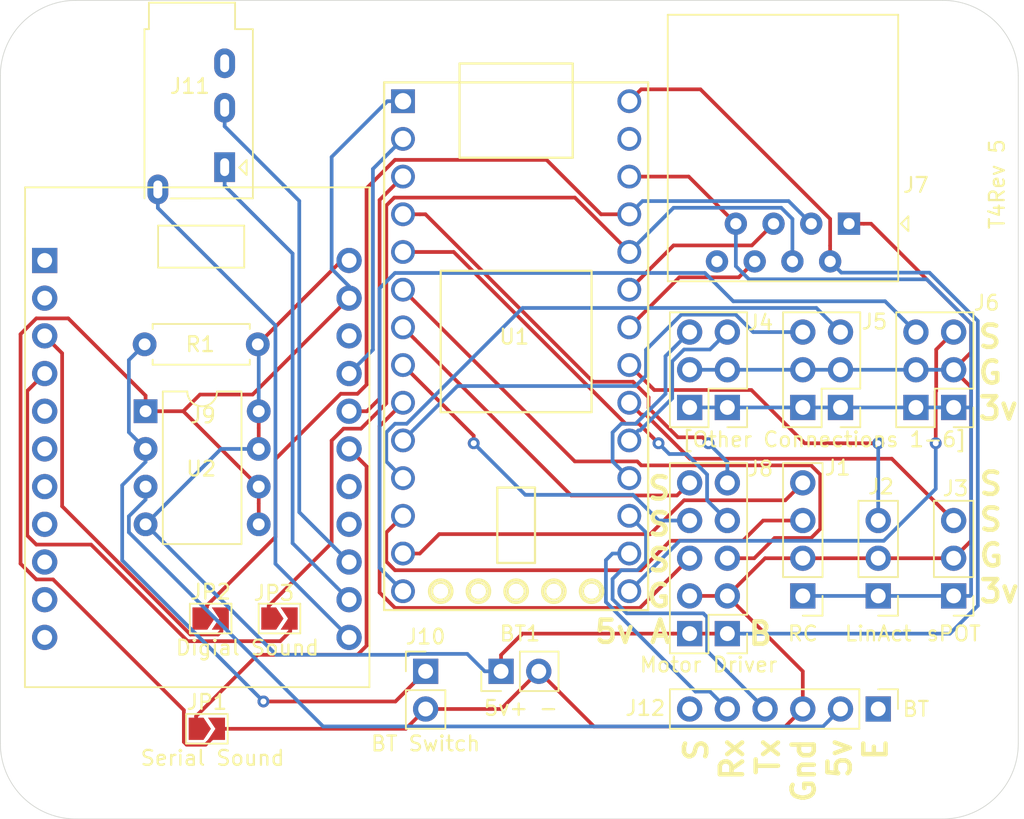
<source format=kicad_pcb>
(kicad_pcb (version 20171130) (host pcbnew "(5.1.2)-2")

  (general
    (thickness 1.6)
    (drawings 15)
    (tracks 359)
    (zones 0)
    (modules 23)
    (nets 53)
  )

  (page A4)
  (layers
    (0 F.Cu signal)
    (31 B.Cu signal)
    (32 B.Adhes user)
    (33 F.Adhes user)
    (34 B.Paste user)
    (35 F.Paste user)
    (36 B.SilkS user)
    (37 F.SilkS user)
    (38 B.Mask user)
    (39 F.Mask user)
    (40 Dwgs.User user)
    (41 Cmts.User user)
    (42 Eco1.User user)
    (43 Eco2.User user)
    (44 Edge.Cuts user)
    (45 Margin user)
    (46 B.CrtYd user)
    (47 F.CrtYd user)
    (48 B.Fab user)
    (49 F.Fab user)
  )

  (setup
    (last_trace_width 0.25)
    (trace_clearance 0.2)
    (zone_clearance 0.508)
    (zone_45_only no)
    (trace_min 0.2)
    (via_size 0.8)
    (via_drill 0.4)
    (via_min_size 0.4)
    (via_min_drill 0.3)
    (uvia_size 0.3)
    (uvia_drill 0.1)
    (uvias_allowed no)
    (uvia_min_size 0.2)
    (uvia_min_drill 0.1)
    (edge_width 0.05)
    (segment_width 0.2)
    (pcb_text_width 0.3)
    (pcb_text_size 1.5 1.5)
    (mod_edge_width 0.12)
    (mod_text_size 1 1)
    (mod_text_width 0.15)
    (pad_size 1.7 1.7)
    (pad_drill 1)
    (pad_to_mask_clearance 0.051)
    (solder_mask_min_width 0.25)
    (aux_axis_origin 0 0)
    (visible_elements 7FFFFFFF)
    (pcbplotparams
      (layerselection 0x010fc_ffffffff)
      (usegerberextensions false)
      (usegerberattributes false)
      (usegerberadvancedattributes false)
      (creategerberjobfile false)
      (excludeedgelayer true)
      (linewidth 0.100000)
      (plotframeref false)
      (viasonmask false)
      (mode 1)
      (useauxorigin false)
      (hpglpennumber 1)
      (hpglpenspeed 20)
      (hpglpendiameter 15.000000)
      (psnegative false)
      (psa4output false)
      (plotreference true)
      (plotvalue true)
      (plotinvisibletext false)
      (padsonsilk false)
      (subtractmaskfromsilk false)
      (outputformat 1)
      (mirror false)
      (drillshape 0)
      (scaleselection 1)
      (outputdirectory "Gerbers/"))
  )

  (net 0 "")
  (net 1 "Net-(J1-Pad3)")
  (net 2 "Net-(J1-Pad4)")
  (net 3 "Net-(J2-Pad3)")
  (net 4 "Net-(J3-Pad3)")
  (net 5 "Net-(J4-Pad6)")
  (net 6 "Net-(J5-Pad6)")
  (net 7 "Net-(J6-Pad6)")
  (net 8 "Net-(J7-Pad5)")
  (net 9 "Net-(J7-Pad6)")
  (net 10 "Net-(J7-Pad8)")
  (net 11 "Net-(J12-Pad1)")
  (net 12 "Net-(J12-Pad6)")
  (net 13 "Net-(J4-Pad5)")
  (net 14 "Net-(J5-Pad5)")
  (net 15 "Net-(J6-Pad5)")
  (net 16 "Net-(J8-Pad5)")
  (net 17 "Net-(J8-Pad6)")
  (net 18 "Net-(J8-Pad7)")
  (net 19 "Net-(J8-Pad8)")
  (net 20 "Net-(J8-Pad9)")
  (net 21 "Net-(J8-Pad10)")
  (net 22 "Net-(J12-Pad4)")
  (net 23 "Net-(J12-Pad5)")
  (net 24 +5V)
  (net 25 GND)
  (net 26 +3V3)
  (net 27 "Net-(J7-Pad3)")
  (net 28 "Net-(J7-Pad4)")
  (net 29 "Net-(J9-Pad1)")
  (net 30 "Net-(J9-Pad3)")
  (net 31 "Net-(J9-Pad6)")
  (net 32 "Net-(J9-Pad8)")
  (net 33 "Net-(J9-Pad9)")
  (net 34 "Net-(J9-Pad10)")
  (net 35 "Net-(J9-Pad11)")
  (net 36 "Net-(J9-Pad12)")
  (net 37 "Net-(J9-Pad13)")
  (net 38 "Net-(J9-Pad14)")
  (net 39 "Net-(J9-Pad15)")
  (net 40 "Net-(J9-Pad16)")
  (net 41 "Net-(J9-Pad17)")
  (net 42 "Net-(J9-Pad19)")
  (net 43 "Net-(J9-Pad21)")
  (net 44 "Net-(U1-Pad27)")
  (net 45 "Net-(J9-Pad5)")
  (net 46 "Net-(J9-Pad7)")
  (net 47 "Net-(J12-Pad2)")
  (net 48 "Net-(J10-Pad1)")
  (net 49 "Net-(J11-PadS)")
  (net 50 "Net-(J11-PadT)")
  (net 51 "Net-(J11-PadR1)")
  (net 52 "Net-(J11-PadR2)")

  (net_class Default "This is the default net class."
    (clearance 0.2)
    (trace_width 0.25)
    (via_dia 0.8)
    (via_drill 0.4)
    (uvia_dia 0.3)
    (uvia_drill 0.1)
    (add_net +3V3)
    (add_net +5V)
    (add_net GND)
    (add_net "Net-(J1-Pad3)")
    (add_net "Net-(J1-Pad4)")
    (add_net "Net-(J10-Pad1)")
    (add_net "Net-(J11-PadR1)")
    (add_net "Net-(J11-PadR2)")
    (add_net "Net-(J11-PadS)")
    (add_net "Net-(J11-PadT)")
    (add_net "Net-(J12-Pad1)")
    (add_net "Net-(J12-Pad2)")
    (add_net "Net-(J12-Pad4)")
    (add_net "Net-(J12-Pad5)")
    (add_net "Net-(J12-Pad6)")
    (add_net "Net-(J2-Pad3)")
    (add_net "Net-(J3-Pad3)")
    (add_net "Net-(J4-Pad5)")
    (add_net "Net-(J4-Pad6)")
    (add_net "Net-(J5-Pad5)")
    (add_net "Net-(J5-Pad6)")
    (add_net "Net-(J6-Pad5)")
    (add_net "Net-(J6-Pad6)")
    (add_net "Net-(J7-Pad3)")
    (add_net "Net-(J7-Pad4)")
    (add_net "Net-(J7-Pad5)")
    (add_net "Net-(J7-Pad6)")
    (add_net "Net-(J7-Pad8)")
    (add_net "Net-(J8-Pad10)")
    (add_net "Net-(J8-Pad5)")
    (add_net "Net-(J8-Pad6)")
    (add_net "Net-(J8-Pad7)")
    (add_net "Net-(J8-Pad8)")
    (add_net "Net-(J8-Pad9)")
    (add_net "Net-(J9-Pad1)")
    (add_net "Net-(J9-Pad10)")
    (add_net "Net-(J9-Pad11)")
    (add_net "Net-(J9-Pad12)")
    (add_net "Net-(J9-Pad13)")
    (add_net "Net-(J9-Pad14)")
    (add_net "Net-(J9-Pad15)")
    (add_net "Net-(J9-Pad16)")
    (add_net "Net-(J9-Pad17)")
    (add_net "Net-(J9-Pad19)")
    (add_net "Net-(J9-Pad21)")
    (add_net "Net-(J9-Pad3)")
    (add_net "Net-(J9-Pad5)")
    (add_net "Net-(J9-Pad6)")
    (add_net "Net-(J9-Pad7)")
    (add_net "Net-(J9-Pad8)")
    (add_net "Net-(J9-Pad9)")
    (add_net "Net-(U1-Pad27)")
  )

  (module "Useful Modifications:Jack_3.5mm_PJ320A_Horizontal" (layer F.Cu) (tedit 5DD8AA7D) (tstamp 5DD8A9DA)
    (at 118.8085 80.0735)
    (descr "Headphones with microphone connector, 3.5mm, 4 pins (http://www.qingpu-electronics.com/en/products/WQP-PJ320E-177.html)")
    (tags "3.5mm jack mic microphone phones headphones 4pins audio plug")
    (path /5D9CA707)
    (fp_text reference J11 (at 2.159 -5.461) (layer F.SilkS)
      (effects (font (size 1 1) (thickness 0.15)))
    )
    (fp_text value AudioJack4 (at 2.667 -9.8425) (layer F.Fab)
      (effects (font (size 1 1) (thickness 0.15)))
    )
    (fp_text user %R (at 2.0955 -3.8735) (layer F.Fab)
      (effects (font (size 1 1) (thickness 0.15)))
    )
    (fp_line (start 5.9799 -0.4746) (end 5.4799 0.0254) (layer F.SilkS) (width 0.12))
    (fp_line (start 5.9799 0.5254) (end 5.9799 -0.4746) (layer F.SilkS) (width 0.12))
    (fp_line (start 5.4799 0.0254) (end 5.9799 0.5254) (layer F.SilkS) (width 0.12))
    (fp_line (start 6.3 2) (end 0.9271 2) (layer F.Fab) (width 0.1))
    (fp_line (start -0.8 2) (end -0.8 -9.2) (layer F.Fab) (width 0.1))
    (fp_line (start -0.8 -9.2) (end -0.5 -9.2) (layer F.Fab) (width 0.1))
    (fp_line (start -0.5 -9.2) (end -0.5 -10.984) (layer F.Fab) (width 0.1))
    (fp_line (start -0.5 -10.984) (end 5.1 -10.984) (layer F.Fab) (width 0.1))
    (fp_line (start 5.1 -10.984) (end 5.1 -9.2) (layer F.Fab) (width 0.1))
    (fp_line (start 5.1 -9.2) (end 6.3 -9.2) (layer F.Fab) (width 0.1))
    (fp_line (start 6.3 -9.2) (end 6.3 2) (layer F.Fab) (width 0.1))
    (fp_line (start -0.9 -9.3) (end -0.9 2.1) (layer F.SilkS) (width 0.12))
    (fp_line (start 0.8509 2.1082) (end 6.4 2.1) (layer F.SilkS) (width 0.12))
    (fp_line (start -1.3 3) (end 6.8 3) (layer F.CrtYd) (width 0.05))
    (fp_line (start -1.3 -11.184) (end -1.3 3) (layer F.CrtYd) (width 0.05))
    (fp_line (start 6.8 -11.184) (end 6.8 3) (layer F.CrtYd) (width 0.05))
    (fp_line (start 5.2 -9.3) (end 6.4 -9.3) (layer F.SilkS) (width 0.12))
    (fp_line (start -0.9 -9.3) (end -0.6 -9.3) (layer F.SilkS) (width 0.12))
    (fp_line (start 5.2 -11.084) (end -0.6 -11.084) (layer F.SilkS) (width 0.12))
    (fp_line (start 6.4 -9.3) (end 6.4 2.1) (layer F.SilkS) (width 0.12))
    (fp_line (start 5.2 -9.3) (end 5.2 -11.084) (layer F.SilkS) (width 0.12))
    (fp_line (start -0.6 -9.3) (end -0.6 -11.084) (layer F.SilkS) (width 0.12))
    (fp_line (start -1.3 -11.184) (end 6.8 -11.184) (layer F.CrtYd) (width 0.05))
    (fp_circle (center 0.9 0) (end 1.2 0.15) (layer F.Fab) (width 0.12))
    (pad S thru_hole oval (at 0 1.5 270) (size 2 1.4) (drill oval 1.2 0.6) (layers *.Cu *.Mask)
      (net 49 "Net-(J11-PadS)"))
    (pad T thru_hole rect (at 4.5 0 270) (size 2 1.4) (drill oval 1.2 0.6) (layers *.Cu *.Mask)
      (net 50 "Net-(J11-PadT)"))
    (pad R1 thru_hole oval (at 4.5 -4 270) (size 2 1.4) (drill oval 1.2 0.6) (layers *.Cu *.Mask)
      (net 51 "Net-(J11-PadR1)"))
    (pad R2 thru_hole oval (at 4.5 -7 270) (size 2 1.4) (drill oval 1.2 0.6) (layers *.Cu *.Mask)
      (net 52 "Net-(J11-PadR2)"))
    (pad "" np_thru_hole circle (at 2 -8.5 270) (size 1.2 1.2) (drill 1.2) (layers *.Cu *.Mask))
    (pad "" np_thru_hole circle (at 2 -1.5 270) (size 1.2 1.2) (drill 1.2) (layers *.Cu *.Mask))
    (model ${KISYS3DMOD}/Connector_Audio.3dshapes/Jack_3.5mm_PJ320E_Horizontal.wrl
      (at (xyz 0 0 0))
      (scale (xyz 1 1 1))
      (rotate (xyz 0 0 0))
    )
  )

  (module "Useful Modifications:FXSound_2x11_P2.54mm" (layer F.Cu) (tedit 5DBB7CC0) (tstamp 5D9C74C0)
    (at 111.1885 86.36)
    (descr "Through hole straight pin header, 2x14, 2.54mm pitch, double rows")
    (tags "Through hole pin header THT 2x14 2.54mm double row")
    (path /5D9C34B5)
    (fp_text reference J9 (at 10.6553 10.4521) (layer F.SilkS)
      (effects (font (size 1 1) (thickness 0.15)))
    )
    (fp_text value FXSound (at 10.795 12.5095) (layer F.Fab)
      (effects (font (size 1 1) (thickness 0.15)))
    )
    (fp_line (start 7.6381 0.4826) (end 7.6381 -2.3495) (layer F.SilkS) (width 0.12))
    (fp_line (start 13.4381 0.4826) (end 7.6381 0.4826) (layer F.SilkS) (width 0.12))
    (fp_line (start 13.4381 -2.3495) (end 13.4381 0.4826) (layer F.SilkS) (width 0.12))
    (fp_line (start 7.6381 -2.3495) (end 13.4381 -2.3495) (layer F.SilkS) (width 0.12))
    (fp_text user %R (at 1.778 14.9225 90) (layer F.Fab)
      (effects (font (size 1 1) (thickness 0.15)))
    )
    (fp_line (start 22.35 26.5) (end 22.35 -1.5) (layer F.CrtYd) (width 0.05))
    (fp_line (start -1.8 -1.5) (end -1.8 26.5) (layer F.CrtYd) (width 0.05))
    (fp_line (start -1.3208 -4.9255) (end 21.87 -4.9255) (layer F.SilkS) (width 0.12))
    (fp_line (start 21.87 -4.9255) (end 21.87 28.7545) (layer F.SilkS) (width 0.12))
    (fp_line (start -1.3208 -4.9255) (end -1.33 28.7545) (layer F.SilkS) (width 0.12))
    (fp_line (start -1.33 28.7545) (end 21.87 28.7545) (layer F.SilkS) (width 0.12))
    (fp_line (start -1.27 28.6945) (end -1.2446 -4.8655) (layer F.Fab) (width 0.1))
    (fp_line (start 21.81 28.6945) (end -1.27 28.6945) (layer F.Fab) (width 0.1))
    (fp_line (start 21.81 -4.8655) (end 21.81 28.6945) (layer F.Fab) (width 0.1))
    (fp_line (start -1.2446 -4.8655) (end 21.81 -4.8655) (layer F.Fab) (width 0.1))
    (fp_line (start 1.3 -1.5) (end 1.3 26.5) (layer F.CrtYd) (width 0.05))
    (fp_line (start 19.2 -1.5) (end 19.2 26.5) (layer F.CrtYd) (width 0.05))
    (fp_line (start 19.2 26.5) (end 22.35 26.5) (layer F.CrtYd) (width 0.05))
    (fp_line (start 19.2 -1.5) (end 22.35 -1.5) (layer F.CrtYd) (width 0.05))
    (fp_line (start -1.8 26.5) (end 1.3 26.5) (layer F.CrtYd) (width 0.05))
    (fp_line (start -1.8 -1.5) (end 1.3 -1.5) (layer F.CrtYd) (width 0.05))
    (pad 22 thru_hole oval (at 20.5 25.4) (size 1.7 1.7) (drill 1) (layers *.Cu *.Mask)
      (net 49 "Net-(J11-PadS)"))
    (pad 21 thru_hole oval (at 0 25.4) (size 1.7 1.7) (drill 1) (layers *.Cu *.Mask)
      (net 43 "Net-(J9-Pad21)"))
    (pad 20 thru_hole oval (at 20.5 22.86) (size 1.7 1.7) (drill 1) (layers *.Cu *.Mask)
      (net 50 "Net-(J11-PadT)"))
    (pad 19 thru_hole oval (at 0 22.86) (size 1.7 1.7) (drill 1) (layers *.Cu *.Mask)
      (net 42 "Net-(J9-Pad19)"))
    (pad 18 thru_hole oval (at 20.5 20.32) (size 1.7 1.7) (drill 1) (layers *.Cu *.Mask)
      (net 51 "Net-(J11-PadR1)"))
    (pad 17 thru_hole oval (at 0 20.32) (size 1.7 1.7) (drill 1) (layers *.Cu *.Mask)
      (net 41 "Net-(J9-Pad17)"))
    (pad 16 thru_hole oval (at 20.5 17.78) (size 1.7 1.7) (drill 1) (layers *.Cu *.Mask)
      (net 40 "Net-(J9-Pad16)"))
    (pad 15 thru_hole oval (at 0 17.78) (size 1.7 1.7) (drill 1) (layers *.Cu *.Mask)
      (net 39 "Net-(J9-Pad15)"))
    (pad 14 thru_hole oval (at 20.5 15.24) (size 1.7 1.7) (drill 1) (layers *.Cu *.Mask)
      (net 38 "Net-(J9-Pad14)"))
    (pad 13 thru_hole oval (at 0 15.24) (size 1.7 1.7) (drill 1) (layers *.Cu *.Mask)
      (net 37 "Net-(J9-Pad13)"))
    (pad 12 thru_hole oval (at 20.5 12.7) (size 1.7 1.7) (drill 1) (layers *.Cu *.Mask)
      (net 36 "Net-(J9-Pad12)"))
    (pad 11 thru_hole oval (at 0 12.7) (size 1.7 1.7) (drill 1) (layers *.Cu *.Mask)
      (net 35 "Net-(J9-Pad11)"))
    (pad 10 thru_hole oval (at 20.5 10.16) (size 1.7 1.7) (drill 1) (layers *.Cu *.Mask)
      (net 34 "Net-(J9-Pad10)"))
    (pad 9 thru_hole oval (at 0 10.16) (size 1.7 1.7) (drill 1) (layers *.Cu *.Mask)
      (net 33 "Net-(J9-Pad9)"))
    (pad 8 thru_hole oval (at 20.5 7.62) (size 1.7 1.7) (drill 1) (layers *.Cu *.Mask)
      (net 32 "Net-(J9-Pad8)"))
    (pad 7 thru_hole oval (at 0 7.62) (size 1.7 1.7) (drill 1) (layers *.Cu *.Mask)
      (net 46 "Net-(J9-Pad7)"))
    (pad 6 thru_hole oval (at 20.5 5.08) (size 1.7 1.7) (drill 1) (layers *.Cu *.Mask)
      (net 31 "Net-(J9-Pad6)"))
    (pad 5 thru_hole oval (at 0 5.08) (size 1.7 1.7) (drill 1) (layers *.Cu *.Mask)
      (net 45 "Net-(J9-Pad5)"))
    (pad 4 thru_hole oval (at 20.5 2.54) (size 1.7 1.7) (drill 1) (layers *.Cu *.Mask)
      (net 25 GND))
    (pad 3 thru_hole oval (at 0 2.54) (size 1.7 1.7) (drill 1) (layers *.Cu *.Mask)
      (net 30 "Net-(J9-Pad3)"))
    (pad 2 thru_hole oval (at 20.5 0) (size 1.7 1.7) (drill 1) (layers *.Cu *.Mask)
      (net 24 +5V))
    (pad 1 thru_hole rect (at 0 0) (size 1.7 1.7) (drill 1) (layers *.Cu *.Mask)
      (net 29 "Net-(J9-Pad1)"))
    (model ${KISYS3DMOD}/Connector_PinHeader_2.54mm.3dshapes/PinHeader_2x14_P2.54mm_Vertical.wrl
      (at (xyz 0 0 0))
      (scale (xyz 1 1 1))
      (rotate (xyz 0 0 0))
    )
  )

  (module Connector_PinHeader_2.54mm:PinHeader_1x03_P2.54mm_Vertical (layer F.Cu) (tedit 59FED5CC) (tstamp 5D5E5FB1)
    (at 172.4025 108.966 180)
    (descr "Through hole straight pin header, 1x03, 2.54mm pitch, single row")
    (tags "Through hole pin header THT 1x03 2.54mm single row")
    (path /5D5C3369)
    (fp_text reference J3 (at -0.127 7.239) (layer F.SilkS)
      (effects (font (size 1 1) (thickness 0.15)))
    )
    (fp_text value sPOT (at 0 -2.54) (layer F.SilkS)
      (effects (font (size 1 1) (thickness 0.15)))
    )
    (fp_text user %R (at 0 2.54 90) (layer F.Fab)
      (effects (font (size 1 1) (thickness 0.15)))
    )
    (fp_line (start 1.8 -1.8) (end -1.8 -1.8) (layer F.CrtYd) (width 0.05))
    (fp_line (start 1.8 6.85) (end 1.8 -1.8) (layer F.CrtYd) (width 0.05))
    (fp_line (start -1.8 6.85) (end 1.8 6.85) (layer F.CrtYd) (width 0.05))
    (fp_line (start -1.8 -1.8) (end -1.8 6.85) (layer F.CrtYd) (width 0.05))
    (fp_line (start -1.33 -1.33) (end 0 -1.33) (layer F.SilkS) (width 0.12))
    (fp_line (start -1.33 0) (end -1.33 -1.33) (layer F.SilkS) (width 0.12))
    (fp_line (start -1.33 1.27) (end 1.33 1.27) (layer F.SilkS) (width 0.12))
    (fp_line (start 1.33 1.27) (end 1.33 6.41) (layer F.SilkS) (width 0.12))
    (fp_line (start -1.33 1.27) (end -1.33 6.41) (layer F.SilkS) (width 0.12))
    (fp_line (start -1.33 6.41) (end 1.33 6.41) (layer F.SilkS) (width 0.12))
    (fp_line (start -1.27 -0.635) (end -0.635 -1.27) (layer F.Fab) (width 0.1))
    (fp_line (start -1.27 6.35) (end -1.27 -0.635) (layer F.Fab) (width 0.1))
    (fp_line (start 1.27 6.35) (end -1.27 6.35) (layer F.Fab) (width 0.1))
    (fp_line (start 1.27 -1.27) (end 1.27 6.35) (layer F.Fab) (width 0.1))
    (fp_line (start -0.635 -1.27) (end 1.27 -1.27) (layer F.Fab) (width 0.1))
    (pad 3 thru_hole oval (at 0 5.08 180) (size 1.7 1.7) (drill 1) (layers *.Cu *.Mask)
      (net 4 "Net-(J3-Pad3)"))
    (pad 2 thru_hole oval (at 0 2.54 180) (size 1.7 1.7) (drill 1) (layers *.Cu *.Mask)
      (net 25 GND))
    (pad 1 thru_hole rect (at 0 0 180) (size 1.7 1.7) (drill 1) (layers *.Cu *.Mask)
      (net 26 +3V3))
    (model ${KISYS3DMOD}/Connector_PinHeader_2.54mm.3dshapes/PinHeader_1x03_P2.54mm_Vertical.wrl
      (at (xyz 0 0 0))
      (scale (xyz 1 1 1))
      (rotate (xyz 0 0 0))
    )
  )

  (module Jumper:SolderJumper-2_P1.3mm_Open_TrianglePad1.0x1.5mm (layer F.Cu) (tedit 5D7F17E1) (tstamp 5D7ED9EC)
    (at 122.1105 117.9195)
    (descr "SMD Solder Jumper, 1x1.5mm Triangular Pads, 0.3mm gap, open")
    (tags "solder jumper open")
    (path /5D7E0F89)
    (attr virtual)
    (fp_text reference JP1 (at 0 -1.8) (layer F.SilkS)
      (effects (font (size 1 1) (thickness 0.15)))
    )
    (fp_text value "Serial Sound" (at 0.381 1.9685) (layer F.SilkS)
      (effects (font (size 1 1) (thickness 0.15)))
    )
    (fp_line (start 1.65 1.25) (end -1.65 1.25) (layer F.CrtYd) (width 0.05))
    (fp_line (start 1.65 1.25) (end 1.65 -1.25) (layer F.CrtYd) (width 0.05))
    (fp_line (start -1.65 -1.25) (end -1.65 1.25) (layer F.CrtYd) (width 0.05))
    (fp_line (start -1.65 -1.25) (end 1.65 -1.25) (layer F.CrtYd) (width 0.05))
    (fp_line (start -1.4 -1) (end 1.4 -1) (layer F.SilkS) (width 0.12))
    (fp_line (start 1.4 -1) (end 1.4 1) (layer F.SilkS) (width 0.12))
    (fp_line (start 1.4 1) (end -1.4 1) (layer F.SilkS) (width 0.12))
    (fp_line (start -1.4 1) (end -1.4 -1) (layer F.SilkS) (width 0.12))
    (pad 1 smd custom (at -0.725 0) (size 0.3 0.3) (layers F.Cu F.Mask)
      (net 36 "Net-(J9-Pad12)") (zone_connect 2)
      (options (clearance outline) (anchor rect))
      (primitives
        (gr_poly (pts
           (xy -0.5 -0.75) (xy 0.5 -0.75) (xy 1 0) (xy 0.5 0.75) (xy -0.5 0.75)
) (width 0))
      ))
    (pad 2 smd custom (at 0.725 0) (size 0.3 0.3) (layers F.Cu F.Mask)
      (net 25 GND) (zone_connect 2)
      (options (clearance outline) (anchor rect))
      (primitives
        (gr_poly (pts
           (xy -0.65 -0.75) (xy 0.5 -0.75) (xy 0.5 0.75) (xy -0.65 0.75) (xy -0.15 0)
) (width 0))
      ))
  )

  (module Jumper:SolderJumper-2_P1.3mm_Open_TrianglePad1.0x1.5mm (layer F.Cu) (tedit 5D7F1792) (tstamp 5D7EDA88)
    (at 127 110.49)
    (descr "SMD Solder Jumper, 1x1.5mm Triangular Pads, 0.3mm gap, open")
    (tags "solder jumper open")
    (path /5D7F8155)
    (attr virtual)
    (fp_text reference JP3 (at -0.373501 -1.719501) (layer F.SilkS)
      (effects (font (size 1 1) (thickness 0.15)))
    )
    (fp_text value "Digial Sound" (at -2.159 1.966) (layer F.SilkS)
      (effects (font (size 1 1) (thickness 0.15)))
    )
    (fp_line (start 1.65 1.25) (end -1.65 1.25) (layer F.CrtYd) (width 0.05))
    (fp_line (start 1.65 1.25) (end 1.65 -1.25) (layer F.CrtYd) (width 0.05))
    (fp_line (start -1.65 -1.25) (end -1.65 1.25) (layer F.CrtYd) (width 0.05))
    (fp_line (start -1.65 -1.25) (end 1.65 -1.25) (layer F.CrtYd) (width 0.05))
    (fp_line (start -1.4 -1) (end 1.4 -1) (layer F.SilkS) (width 0.12))
    (fp_line (start 1.4 -1) (end 1.4 1) (layer F.SilkS) (width 0.12))
    (fp_line (start 1.4 1) (end -1.4 1) (layer F.SilkS) (width 0.12))
    (fp_line (start -1.4 1) (end -1.4 -1) (layer F.SilkS) (width 0.12))
    (pad 1 smd custom (at -0.725 0) (size 0.3 0.3) (layers F.Cu F.Mask)
      (net 28 "Net-(J7-Pad4)") (zone_connect 2)
      (options (clearance outline) (anchor rect))
      (primitives
        (gr_poly (pts
           (xy -0.5 -0.75) (xy 0.5 -0.75) (xy 1 0) (xy 0.5 0.75) (xy -0.5 0.75)
) (width 0))
      ))
    (pad 2 smd custom (at 0.725 0) (size 0.3 0.3) (layers F.Cu F.Mask)
      (net 46 "Net-(J9-Pad7)") (zone_connect 2)
      (options (clearance outline) (anchor rect))
      (primitives
        (gr_poly (pts
           (xy -0.65 -0.75) (xy 0.5 -0.75) (xy 0.5 0.75) (xy -0.65 0.75) (xy -0.15 0)
) (width 0))
      ))
  )

  (module Jumper:SolderJumper-2_P1.3mm_Open_TrianglePad1.0x1.5mm (layer F.Cu) (tedit 5D7F1762) (tstamp 5D7ED9FA)
    (at 122.3645 110.49)
    (descr "SMD Solder Jumper, 1x1.5mm Triangular Pads, 0.3mm gap, open")
    (tags "solder jumper open")
    (path /5D7F71CD)
    (attr virtual)
    (fp_text reference JP2 (at 0 -1.8) (layer F.SilkS)
      (effects (font (size 1 1) (thickness 0.15)))
    )
    (fp_text value "Digial Sound" (at 1.9045 -0.066) (layer F.Fab)
      (effects (font (size 1 1) (thickness 0.15)))
    )
    (fp_line (start 1.65 1.25) (end -1.65 1.25) (layer F.CrtYd) (width 0.05))
    (fp_line (start 1.65 1.25) (end 1.65 -1.25) (layer F.CrtYd) (width 0.05))
    (fp_line (start -1.65 -1.25) (end -1.65 1.25) (layer F.CrtYd) (width 0.05))
    (fp_line (start -1.65 -1.25) (end 1.65 -1.25) (layer F.CrtYd) (width 0.05))
    (fp_line (start -1.4 -1) (end 1.4 -1) (layer F.SilkS) (width 0.12))
    (fp_line (start 1.4 -1) (end 1.4 1) (layer F.SilkS) (width 0.12))
    (fp_line (start 1.4 1) (end -1.4 1) (layer F.SilkS) (width 0.12))
    (fp_line (start -1.4 1) (end -1.4 -1) (layer F.SilkS) (width 0.12))
    (pad 1 smd custom (at -0.725 0) (size 0.3 0.3) (layers F.Cu F.Mask)
      (net 27 "Net-(J7-Pad3)") (zone_connect 2)
      (options (clearance outline) (anchor rect))
      (primitives
        (gr_poly (pts
           (xy -0.5 -0.75) (xy 0.5 -0.75) (xy 1 0) (xy 0.5 0.75) (xy -0.5 0.75)
) (width 0))
      ))
    (pad 2 smd custom (at 0.725 0) (size 0.3 0.3) (layers F.Cu F.Mask)
      (net 45 "Net-(J9-Pad5)") (zone_connect 2)
      (options (clearance outline) (anchor rect))
      (primitives
        (gr_poly (pts
           (xy -0.65 -0.75) (xy 0.5 -0.75) (xy 0.5 0.75) (xy -0.65 0.75) (xy -0.15 0)
) (width 0))
      ))
  )

  (module "Useful Modifications:Teensy40_NoMid" (layer F.Cu) (tedit 5D5DDE48) (tstamp 5D5E60DD)
    (at 142.8115 91.6305 270)
    (path /5D60B8C9)
    (fp_text reference U1 (at -0.127 0 180) (layer F.SilkS)
      (effects (font (size 1 1) (thickness 0.15)))
    )
    (fp_text value Teensy4.0_NoMid (at 1.27 0 180) (layer F.Fab)
      (effects (font (size 1 1) (thickness 0.15)))
    )
    (fp_line (start 4.953 4.953) (end 4.953 -5.207) (layer F.SilkS) (width 0.15))
    (fp_line (start -4.572 -5.207) (end -4.572 4.953) (layer F.SilkS) (width 0.15))
    (fp_line (start -4.572 4.953) (end 4.953 4.953) (layer F.SilkS) (width 0.15))
    (fp_line (start -4.572 -5.207) (end 4.953 -5.207) (layer F.SilkS) (width 0.15))
    (fp_line (start 18.288 -9.017) (end -17.272 -9.017) (layer F.SilkS) (width 0.15))
    (fp_line (start -17.272 8.763) (end 18.288 8.763) (layer F.SilkS) (width 0.15))
    (fp_line (start -17.272 3.683) (end -18.542 3.683) (layer F.SilkS) (width 0.15))
    (fp_line (start -18.542 3.683) (end -18.542 -3.937) (layer F.SilkS) (width 0.15))
    (fp_line (start -18.542 -3.937) (end -17.272 -3.937) (layer F.SilkS) (width 0.15))
    (fp_line (start -12.192 3.683) (end -12.192 -3.937) (layer F.SilkS) (width 0.15))
    (fp_line (start -12.192 -3.937) (end -17.272 -3.937) (layer F.SilkS) (width 0.15))
    (fp_line (start -12.192 3.683) (end -17.272 3.683) (layer F.SilkS) (width 0.15))
    (fp_line (start 10.033 -1.397) (end 15.113 -1.397) (layer F.SilkS) (width 0.15))
    (fp_line (start 15.113 -1.397) (end 15.113 1.143) (layer F.SilkS) (width 0.15))
    (fp_line (start 15.113 1.143) (end 10.033 1.143) (layer F.SilkS) (width 0.15))
    (fp_line (start 10.033 1.143) (end 10.033 -1.397) (layer F.SilkS) (width 0.15))
    (fp_line (start 18.288 -9.017) (end 18.288 8.763) (layer F.SilkS) (width 0.15))
    (fp_line (start -17.272 8.763) (end -17.272 -9.017) (layer F.SilkS) (width 0.15))
    (fp_circle (center 17.018 -5.207) (end 17.526 -4.953) (layer F.SilkS) (width 0.12))
    (fp_circle (center 17.018 -5.207) (end 17.272 -4.445) (layer F.SilkS) (width 0.12))
    (fp_circle (center 17.018 -5.207) (end 17.526 -4.699) (layer F.SilkS) (width 0.12))
    (fp_circle (center 17.018 -2.667) (end 17.526 -2.413) (layer F.SilkS) (width 0.12))
    (fp_circle (center 17.018 -2.667) (end 17.272 -1.905) (layer F.SilkS) (width 0.12))
    (fp_circle (center 17.018 -2.667) (end 17.526 -2.159) (layer F.SilkS) (width 0.12))
    (fp_circle (center 17.018 -0.127) (end 17.526 0.127) (layer F.SilkS) (width 0.12))
    (fp_circle (center 17.018 -0.127) (end 17.272 0.635) (layer F.SilkS) (width 0.12))
    (fp_circle (center 17.018 -0.127) (end 17.526 0.381) (layer F.SilkS) (width 0.12))
    (fp_circle (center 17.018 2.413) (end 17.526 2.667) (layer F.SilkS) (width 0.12))
    (fp_circle (center 17.018 2.413) (end 17.272 3.175) (layer F.SilkS) (width 0.12))
    (fp_circle (center 17.018 2.413) (end 17.526 2.921) (layer F.SilkS) (width 0.12))
    (fp_circle (center 17.018 4.953) (end 17.526 5.207) (layer F.SilkS) (width 0.12))
    (fp_circle (center 17.018 4.953) (end 17.272 5.715) (layer F.SilkS) (width 0.12))
    (fp_circle (center 17.018 4.953) (end 17.526 5.461) (layer F.SilkS) (width 0.12))
    (pad 14 thru_hole circle (at 17.018 7.493 270) (size 1.6 1.6) (drill 1.1) (layers *.Cu *.Mask)
      (net 7 "Net-(J6-Pad6)"))
    (pad 13 thru_hole circle (at 14.478 7.493 270) (size 1.6 1.6) (drill 1.1) (layers *.Cu *.Mask)
      (net 2 "Net-(J1-Pad4)"))
    (pad 12 thru_hole circle (at 11.938 7.493 270) (size 1.6 1.6) (drill 1.1) (layers *.Cu *.Mask)
      (net 1 "Net-(J1-Pad3)"))
    (pad 11 thru_hole circle (at 9.398 7.493 270) (size 1.6 1.6) (drill 1.1) (layers *.Cu *.Mask)
      (net 14 "Net-(J5-Pad5)"))
    (pad 10 thru_hole circle (at 6.858 7.493 270) (size 1.6 1.6) (drill 1.1) (layers *.Cu *.Mask)
      (net 6 "Net-(J5-Pad6)"))
    (pad 9 thru_hole circle (at 4.318 7.493 270) (size 1.6 1.6) (drill 1.1) (layers *.Cu *.Mask)
      (net 17 "Net-(J8-Pad6)"))
    (pad 8 thru_hole circle (at 1.778 7.493 270) (size 1.6 1.6) (drill 1.1) (layers *.Cu *.Mask)
      (net 19 "Net-(J8-Pad8)"))
    (pad 7 thru_hole circle (at -0.762 7.493 270) (size 1.6 1.6) (drill 1.1) (layers *.Cu *.Mask)
      (net 21 "Net-(J8-Pad10)"))
    (pad 6 thru_hole circle (at -3.302 7.493 270) (size 1.6 1.6) (drill 1.1) (layers *.Cu *.Mask)
      (net 16 "Net-(J8-Pad5)"))
    (pad 5 thru_hole circle (at -5.842 7.493 270) (size 1.6 1.6) (drill 1.1) (layers *.Cu *.Mask)
      (net 18 "Net-(J8-Pad7)"))
    (pad 4 thru_hole circle (at -8.382 7.493 270) (size 1.6 1.6) (drill 1.1) (layers *.Cu *.Mask)
      (net 20 "Net-(J8-Pad9)"))
    (pad 3 thru_hole circle (at -10.922 7.493 270) (size 1.6 1.6) (drill 1.1) (layers *.Cu *.Mask)
      (net 34 "Net-(J9-Pad10)"))
    (pad 2 thru_hole circle (at -13.462 7.493 270) (size 1.6 1.6) (drill 1.1) (layers *.Cu *.Mask)
      (net 32 "Net-(J9-Pad8)"))
    (pad 1 thru_hole rect (at -16.002 7.493 270) (size 1.6 1.6) (drill 1.1) (layers *.Cu *.Mask)
      (net 25 GND))
    (pad 15 thru_hole circle (at 17.018 -7.747 270) (size 1.6 1.6) (drill 1.1) (layers *.Cu *.Mask)
      (net 15 "Net-(J6-Pad5)"))
    (pad 16 thru_hole circle (at 14.478 -7.747 270) (size 1.6 1.6) (drill 1.1) (layers *.Cu *.Mask)
      (net 23 "Net-(J12-Pad5)"))
    (pad 17 thru_hole circle (at 11.938 -7.747 270) (size 1.6 1.6) (drill 1.1) (layers *.Cu *.Mask)
      (net 22 "Net-(J12-Pad4)"))
    (pad 18 thru_hole circle (at 9.398 -7.747 270) (size 1.6 1.6) (drill 1.1) (layers *.Cu *.Mask)
      (net 5 "Net-(J4-Pad6)"))
    (pad 19 thru_hole circle (at 6.858 -7.747 270) (size 1.6 1.6) (drill 1.1) (layers *.Cu *.Mask)
      (net 13 "Net-(J4-Pad5)"))
    (pad 20 thru_hole circle (at 4.318 -7.747 270) (size 1.6 1.6) (drill 1.1) (layers *.Cu *.Mask)
      (net 4 "Net-(J3-Pad3)"))
    (pad 21 thru_hole circle (at 1.778 -7.747 270) (size 1.6 1.6) (drill 1.1) (layers *.Cu *.Mask)
      (net 3 "Net-(J2-Pad3)"))
    (pad 22 thru_hole circle (at -0.762 -7.747 270) (size 1.6 1.6) (drill 1.1) (layers *.Cu *.Mask)
      (net 9 "Net-(J7-Pad6)"))
    (pad 23 thru_hole circle (at -3.302 -7.747 270) (size 1.6 1.6) (drill 1.1) (layers *.Cu *.Mask)
      (net 8 "Net-(J7-Pad5)"))
    (pad 24 thru_hole circle (at -5.842 -7.747 270) (size 1.6 1.6) (drill 1.1) (layers *.Cu *.Mask)
      (net 28 "Net-(J7-Pad4)"))
    (pad 25 thru_hole circle (at -8.382 -7.747 270) (size 1.6 1.6) (drill 1.1) (layers *.Cu *.Mask)
      (net 27 "Net-(J7-Pad3)"))
    (pad 26 thru_hole circle (at -10.922 -7.747 270) (size 1.6 1.6) (drill 1.1) (layers *.Cu *.Mask)
      (net 26 +3V3))
    (pad 27 thru_hole circle (at -13.462 -7.747 270) (size 1.6 1.6) (drill 1.1) (layers *.Cu *.Mask)
      (net 44 "Net-(U1-Pad27)"))
    (pad 28 thru_hole circle (at -16.002 -7.747 270) (size 1.6 1.6) (drill 1.1) (layers *.Cu *.Mask)
      (net 24 +5V))
    (model ${KISYS3DMOD}/Package_DIP.3dshapes/DIP-28_W15.24mm_Socket.wrl
      (offset (xyz 17 8 0))
      (scale (xyz 1 1 1))
      (rotate (xyz 0 0 90))
    )
  )

  (module Connector_PinHeader_2.54mm:PinHeader_1x06_P2.54mm_Vertical (layer F.Cu) (tedit 59FED5CC) (tstamp 5D5E609C)
    (at 167.3225 116.586 270)
    (descr "Through hole straight pin header, 1x06, 2.54mm pitch, single row")
    (tags "Through hole pin header THT 1x06 2.54mm single row")
    (path /5D5D3F7C)
    (fp_text reference J12 (at -0.0635 15.6845 180) (layer F.SilkS)
      (effects (font (size 1 1) (thickness 0.15)))
    )
    (fp_text value BT (at 0 -2.54 180) (layer F.SilkS)
      (effects (font (size 1 1) (thickness 0.15)))
    )
    (fp_line (start -0.635 -1.27) (end 1.27 -1.27) (layer F.Fab) (width 0.1))
    (fp_line (start 1.27 -1.27) (end 1.27 13.97) (layer F.Fab) (width 0.1))
    (fp_line (start 1.27 13.97) (end -1.27 13.97) (layer F.Fab) (width 0.1))
    (fp_line (start -1.27 13.97) (end -1.27 -0.635) (layer F.Fab) (width 0.1))
    (fp_line (start -1.27 -0.635) (end -0.635 -1.27) (layer F.Fab) (width 0.1))
    (fp_line (start -1.33 14.03) (end 1.33 14.03) (layer F.SilkS) (width 0.12))
    (fp_line (start -1.33 1.27) (end -1.33 14.03) (layer F.SilkS) (width 0.12))
    (fp_line (start 1.33 1.27) (end 1.33 14.03) (layer F.SilkS) (width 0.12))
    (fp_line (start -1.33 1.27) (end 1.33 1.27) (layer F.SilkS) (width 0.12))
    (fp_line (start -1.33 0) (end -1.33 -1.33) (layer F.SilkS) (width 0.12))
    (fp_line (start -1.33 -1.33) (end 0 -1.33) (layer F.SilkS) (width 0.12))
    (fp_line (start -1.8 -1.8) (end -1.8 14.5) (layer F.CrtYd) (width 0.05))
    (fp_line (start -1.8 14.5) (end 1.8 14.5) (layer F.CrtYd) (width 0.05))
    (fp_line (start 1.8 14.5) (end 1.8 -1.8) (layer F.CrtYd) (width 0.05))
    (fp_line (start 1.8 -1.8) (end -1.8 -1.8) (layer F.CrtYd) (width 0.05))
    (fp_text user %R (at 0 6.35) (layer F.Fab)
      (effects (font (size 1 1) (thickness 0.15)))
    )
    (pad 1 thru_hole rect (at 0 0 270) (size 1.7 1.7) (drill 1) (layers *.Cu *.Mask)
      (net 11 "Net-(J12-Pad1)"))
    (pad 2 thru_hole oval (at 0 2.54 270) (size 1.7 1.7) (drill 1) (layers *.Cu *.Mask)
      (net 47 "Net-(J12-Pad2)"))
    (pad 3 thru_hole oval (at 0 5.08 270) (size 1.7 1.7) (drill 1) (layers *.Cu *.Mask)
      (net 25 GND))
    (pad 4 thru_hole oval (at 0 7.62 270) (size 1.7 1.7) (drill 1) (layers *.Cu *.Mask)
      (net 22 "Net-(J12-Pad4)"))
    (pad 5 thru_hole oval (at 0 10.16 270) (size 1.7 1.7) (drill 1) (layers *.Cu *.Mask)
      (net 23 "Net-(J12-Pad5)"))
    (pad 6 thru_hole oval (at 0 12.7 270) (size 1.7 1.7) (drill 1) (layers *.Cu *.Mask)
      (net 12 "Net-(J12-Pad6)"))
    (model ${KISYS3DMOD}/Connector_PinHeader_2.54mm.3dshapes/PinHeader_1x06_P2.54mm_Vertical.wrl
      (at (xyz 0 0 0))
      (scale (xyz 1 1 1))
      (rotate (xyz 0 0 0))
    )
  )

  (module MountingHole:MountingHole_3mm (layer F.Cu) (tedit 56D1B4CB) (tstamp 5D5EB839)
    (at 172.924 120.164 180)
    (descr "Mounting Hole 3mm, no annular")
    (tags "mounting hole 3mm no annular")
    (attr virtual)
    (fp_text reference "" (at 0 -4) (layer F.SilkS) hide
      (effects (font (size 1 1) (thickness 0.15)))
    )
    (fp_text value "" (at 0 4) (layer F.Fab) hide
      (effects (font (size 1 1) (thickness 0.15)))
    )
    (fp_circle (center 0 0) (end 3.25 0) (layer F.CrtYd) (width 0.05))
    (fp_circle (center 0 0) (end 3 0) (layer Cmts.User) (width 0.15))
    (fp_text user %R (at 0.3 0) (layer F.Fab) hide
      (effects (font (size 1 1) (thickness 0.15)))
    )
    (pad 1 np_thru_hole circle (at 0 0 180) (size 3 3) (drill 3) (layers *.Cu *.Mask))
  )

  (module MountingHole:MountingHole_3mm (layer F.Cu) (tedit 56D1B4CB) (tstamp 5D5EB832)
    (at 112.034 120.164 180)
    (descr "Mounting Hole 3mm, no annular")
    (tags "mounting hole 3mm no annular")
    (attr virtual)
    (fp_text reference "" (at 0 -4) (layer F.SilkS) hide
      (effects (font (size 1 1) (thickness 0.15)))
    )
    (fp_text value "" (at 0 4) (layer F.Fab) hide
      (effects (font (size 1 1) (thickness 0.15)))
    )
    (fp_text user %R (at 0.3 0) (layer F.Fab) hide
      (effects (font (size 1 1) (thickness 0.15)))
    )
    (fp_circle (center 0 0) (end 3 0) (layer Cmts.User) (width 0.15))
    (fp_circle (center 0 0) (end 3.25 0) (layer F.CrtYd) (width 0.05))
    (pad 1 np_thru_hole circle (at 0 0 180) (size 3 3) (drill 3) (layers *.Cu *.Mask))
  )

  (module MountingHole:MountingHole_3mm (layer F.Cu) (tedit 56D1B4CB) (tstamp 5D5EB686)
    (at 172.924 72.664 180)
    (descr "Mounting Hole 3mm, no annular")
    (tags "mounting hole 3mm no annular")
    (attr virtual)
    (fp_text reference "" (at 0 -4) (layer F.SilkS) hide
      (effects (font (size 1 1) (thickness 0.15)))
    )
    (fp_text value "" (at 0 4) (layer F.Fab) hide
      (effects (font (size 1 1) (thickness 0.15)))
    )
    (fp_text user %R (at 0.3 0) (layer F.Fab) hide
      (effects (font (size 1 1) (thickness 0.15)))
    )
    (fp_circle (center 0 0) (end 3 0) (layer Cmts.User) (width 0.15))
    (fp_circle (center 0 0) (end 3.25 0) (layer F.CrtYd) (width 0.05))
    (pad 1 np_thru_hole circle (at 0 0 180) (size 3 3) (drill 3) (layers *.Cu *.Mask))
  )

  (module MountingHole:MountingHole_3mm (layer F.Cu) (tedit 56D1B4CB) (tstamp 5D5EB5A7)
    (at 112.034 72.664)
    (descr "Mounting Hole 3mm, no annular")
    (tags "mounting hole 3mm no annular")
    (attr virtual)
    (fp_text reference "" (at 0 -4) (layer F.SilkS) hide
      (effects (font (size 1 1) (thickness 0.15)))
    )
    (fp_text value "" (at 0 4) (layer F.Fab) hide
      (effects (font (size 1 1) (thickness 0.15)))
    )
    (fp_circle (center 0 0) (end 3.25 0) (layer F.CrtYd) (width 0.05))
    (fp_circle (center 0 0) (end 3 0) (layer Cmts.User) (width 0.15))
    (fp_text user %R (at 0.3 0) (layer F.Fab) hide
      (effects (font (size 1 1) (thickness 0.15)))
    )
    (pad 1 np_thru_hole circle (at 0 0) (size 3 3) (drill 3) (layers *.Cu *.Mask))
  )

  (module Connector_PinHeader_2.54mm:PinHeader_1x02_P2.54mm_Vertical (layer F.Cu) (tedit 59FED5CC) (tstamp 5D5E5F6B)
    (at 141.9225 114.046 90)
    (descr "Through hole straight pin header, 1x02, 2.54mm pitch, single row")
    (tags "Through hole pin header THT 1x02 2.54mm single row")
    (path /5D6AC0F2)
    (fp_text reference BT1 (at 2.54 1.27 180) (layer F.SilkS)
      (effects (font (size 1 1) (thickness 0.15)))
    )
    (fp_text value "5v+ -" (at -2.4765 1.3335 180) (layer F.SilkS)
      (effects (font (size 1 1) (thickness 0.15)))
    )
    (fp_line (start -0.635 -1.27) (end 1.27 -1.27) (layer F.Fab) (width 0.1))
    (fp_line (start 1.27 -1.27) (end 1.27 3.81) (layer F.Fab) (width 0.1))
    (fp_line (start 1.27 3.81) (end -1.27 3.81) (layer F.Fab) (width 0.1))
    (fp_line (start -1.27 3.81) (end -1.27 -0.635) (layer F.Fab) (width 0.1))
    (fp_line (start -1.27 -0.635) (end -0.635 -1.27) (layer F.Fab) (width 0.1))
    (fp_line (start -1.33 3.87) (end 1.33 3.87) (layer F.SilkS) (width 0.12))
    (fp_line (start -1.33 1.27) (end -1.33 3.87) (layer F.SilkS) (width 0.12))
    (fp_line (start 1.33 1.27) (end 1.33 3.87) (layer F.SilkS) (width 0.12))
    (fp_line (start -1.33 1.27) (end 1.33 1.27) (layer F.SilkS) (width 0.12))
    (fp_line (start -1.33 0) (end -1.33 -1.33) (layer F.SilkS) (width 0.12))
    (fp_line (start -1.33 -1.33) (end 0 -1.33) (layer F.SilkS) (width 0.12))
    (fp_line (start -1.8 -1.8) (end -1.8 4.35) (layer F.CrtYd) (width 0.05))
    (fp_line (start -1.8 4.35) (end 1.8 4.35) (layer F.CrtYd) (width 0.05))
    (fp_line (start 1.8 4.35) (end 1.8 -1.8) (layer F.CrtYd) (width 0.05))
    (fp_line (start 1.8 -1.8) (end -1.8 -1.8) (layer F.CrtYd) (width 0.05))
    (fp_text user %R (at 0 1.27 270) (layer F.Fab)
      (effects (font (size 1 1) (thickness 0.15)))
    )
    (pad 1 thru_hole rect (at 0 0 90) (size 1.7 1.7) (drill 1) (layers *.Cu *.Mask)
      (net 24 +5V))
    (pad 2 thru_hole oval (at 0 2.54 90) (size 1.7 1.7) (drill 1) (layers *.Cu *.Mask)
      (net 25 GND))
    (model ${KISYS3DMOD}/Connector_PinHeader_2.54mm.3dshapes/PinHeader_1x02_P2.54mm_Vertical.wrl
      (at (xyz 0 0 0))
      (scale (xyz 1 1 1))
      (rotate (xyz 0 0 0))
    )
  )

  (module Connector_PinHeader_2.54mm:PinHeader_2x03_P2.54mm_Vertical (layer F.Cu) (tedit 5D5E0CF2) (tstamp 5D5E5FE9)
    (at 164.7825 96.266 180)
    (descr "Through hole straight pin header, 2x03, 2.54mm pitch, double rows")
    (tags "Through hole pin header THT 2x03 2.54mm double row")
    (path /5D9598A7)
    (fp_text reference J5 (at -2.286 5.7785 180) (layer F.SilkS)
      (effects (font (size 1 1) (thickness 0.15)))
    )
    (fp_text value "[Other Connections 1-6]" (at 1.0795 -2.159 180) (layer F.SilkS)
      (effects (font (size 1 1) (thickness 0.15)))
    )
    (fp_text user %R (at 1.27 2.54 270) (layer F.Fab)
      (effects (font (size 1 1) (thickness 0.15)))
    )
    (fp_line (start 4.35 -1.8) (end -1.8 -1.8) (layer F.CrtYd) (width 0.05))
    (fp_line (start 4.35 6.85) (end 4.35 -1.8) (layer F.CrtYd) (width 0.05))
    (fp_line (start -1.8 6.85) (end 4.35 6.85) (layer F.CrtYd) (width 0.05))
    (fp_line (start -1.8 -1.8) (end -1.8 6.85) (layer F.CrtYd) (width 0.05))
    (fp_line (start -1.33 -1.33) (end 0 -1.33) (layer F.SilkS) (width 0.12))
    (fp_line (start -1.33 0) (end -1.33 -1.33) (layer F.SilkS) (width 0.12))
    (fp_line (start 1.27 -1.33) (end 3.87 -1.33) (layer F.SilkS) (width 0.12))
    (fp_line (start 1.27 1.27) (end 1.27 -1.33) (layer F.SilkS) (width 0.12))
    (fp_line (start -1.33 1.27) (end 1.27 1.27) (layer F.SilkS) (width 0.12))
    (fp_line (start 3.87 -1.33) (end 3.87 6.41) (layer F.SilkS) (width 0.12))
    (fp_line (start -1.33 1.27) (end -1.33 6.41) (layer F.SilkS) (width 0.12))
    (fp_line (start -1.33 6.41) (end 3.87 6.41) (layer F.SilkS) (width 0.12))
    (fp_line (start -1.27 0) (end 0 -1.27) (layer F.Fab) (width 0.1))
    (fp_line (start -1.27 6.35) (end -1.27 0) (layer F.Fab) (width 0.1))
    (fp_line (start 3.81 6.35) (end -1.27 6.35) (layer F.Fab) (width 0.1))
    (fp_line (start 3.81 -1.27) (end 3.81 6.35) (layer F.Fab) (width 0.1))
    (fp_line (start 0 -1.27) (end 3.81 -1.27) (layer F.Fab) (width 0.1))
    (pad 6 thru_hole oval (at 2.54 5.08 180) (size 1.7 1.7) (drill 1) (layers *.Cu *.Mask)
      (net 6 "Net-(J5-Pad6)"))
    (pad 5 thru_hole oval (at 0 5.08 180) (size 1.7 1.7) (drill 1) (layers *.Cu *.Mask)
      (net 14 "Net-(J5-Pad5)"))
    (pad 4 thru_hole oval (at 2.54 2.54 180) (size 1.7 1.7) (drill 1) (layers *.Cu *.Mask)
      (net 25 GND))
    (pad 3 thru_hole oval (at 0 2.54 180) (size 1.7 1.7) (drill 1) (layers *.Cu *.Mask)
      (net 25 GND))
    (pad 1 thru_hole rect (at 0 0 180) (size 1.7 1.7) (drill 1) (layers *.Cu *.Mask)
      (net 26 +3V3))
    (pad 2 thru_hole rect (at 2.54 0 180) (size 1.7 1.7) (drill 1) (layers *.Cu *.Mask)
      (net 26 +3V3))
    (model ${KISYS3DMOD}/Connector_PinHeader_2.54mm.3dshapes/PinHeader_2x03_P2.54mm_Vertical.wrl
      (at (xyz 0 0 0))
      (scale (xyz 1 1 1))
      (rotate (xyz 0 0 0))
    )
  )

  (module Connector_PinHeader_2.54mm:PinHeader_2x03_P2.54mm_Vertical (layer F.Cu) (tedit 5D5E0874) (tstamp 5D5E5FCD)
    (at 157.1625 96.266 180)
    (descr "Through hole straight pin header, 2x03, 2.54mm pitch, double rows")
    (tags "Through hole pin header THT 2x03 2.54mm double row")
    (path /5D94A27B)
    (fp_text reference J4 (at -2.2225 5.715) (layer F.SilkS)
      (effects (font (size 1 1) (thickness 0.15)))
    )
    (fp_text value "Other 1 & 2" (at 1.27 7.41) (layer F.Fab) hide
      (effects (font (size 1 1) (thickness 0.15)))
    )
    (fp_line (start 0 -1.27) (end 3.81 -1.27) (layer F.Fab) (width 0.1))
    (fp_line (start 3.81 -1.27) (end 3.81 6.35) (layer F.Fab) (width 0.1))
    (fp_line (start 3.81 6.35) (end -1.27 6.35) (layer F.Fab) (width 0.1))
    (fp_line (start -1.27 6.35) (end -1.27 0) (layer F.Fab) (width 0.1))
    (fp_line (start -1.27 0) (end 0 -1.27) (layer F.Fab) (width 0.1))
    (fp_line (start -1.33 6.41) (end 3.87 6.41) (layer F.SilkS) (width 0.12))
    (fp_line (start -1.33 1.27) (end -1.33 6.41) (layer F.SilkS) (width 0.12))
    (fp_line (start 3.87 -1.33) (end 3.87 6.41) (layer F.SilkS) (width 0.12))
    (fp_line (start -1.33 1.27) (end 1.27 1.27) (layer F.SilkS) (width 0.12))
    (fp_line (start 1.27 1.27) (end 1.27 -1.33) (layer F.SilkS) (width 0.12))
    (fp_line (start 1.27 -1.33) (end 3.87 -1.33) (layer F.SilkS) (width 0.12))
    (fp_line (start -1.33 0) (end -1.33 -1.33) (layer F.SilkS) (width 0.12))
    (fp_line (start -1.33 -1.33) (end 0 -1.33) (layer F.SilkS) (width 0.12))
    (fp_line (start -1.8 -1.8) (end -1.8 6.85) (layer F.CrtYd) (width 0.05))
    (fp_line (start -1.8 6.85) (end 4.35 6.85) (layer F.CrtYd) (width 0.05))
    (fp_line (start 4.35 6.85) (end 4.35 -1.8) (layer F.CrtYd) (width 0.05))
    (fp_line (start 4.35 -1.8) (end -1.8 -1.8) (layer F.CrtYd) (width 0.05))
    (fp_text user %R (at 1.27 2.54 270) (layer F.Fab)
      (effects (font (size 1 1) (thickness 0.15)))
    )
    (pad 1 thru_hole rect (at 0 0 180) (size 1.7 1.7) (drill 1) (layers *.Cu *.Mask)
      (net 26 +3V3))
    (pad 3 thru_hole oval (at 0 2.54 180) (size 1.7 1.7) (drill 1) (layers *.Cu *.Mask)
      (net 25 GND))
    (pad 4 thru_hole oval (at 2.54 2.54 180) (size 1.7 1.7) (drill 1) (layers *.Cu *.Mask)
      (net 25 GND))
    (pad 5 thru_hole oval (at 0 5.08 180) (size 1.7 1.7) (drill 1) (layers *.Cu *.Mask)
      (net 13 "Net-(J4-Pad5)"))
    (pad 6 thru_hole oval (at 2.54 5.08 180) (size 1.7 1.7) (drill 1) (layers *.Cu *.Mask)
      (net 5 "Net-(J4-Pad6)"))
    (pad 2 thru_hole rect (at 2.54 0 180) (size 1.7 1.7) (drill 1) (layers *.Cu *.Mask)
      (net 26 +3V3))
    (model ${KISYS3DMOD}/Connector_PinHeader_2.54mm.3dshapes/PinHeader_2x03_P2.54mm_Vertical.wrl
      (at (xyz 0 0 0))
      (scale (xyz 1 1 1))
      (rotate (xyz 0 0 0))
    )
  )

  (module Connector_PinHeader_2.54mm:PinHeader_2x05_P2.54mm_Vertical (layer F.Cu) (tedit 5D5E07E2) (tstamp 5D5E6044)
    (at 157.1625 111.506 180)
    (descr "Through hole straight pin header, 2x05, 2.54mm pitch, double rows")
    (tags "Through hole pin header THT 2x05 2.54mm double row")
    (path /5D8F43EF)
    (fp_text reference J8 (at -2.2225 11.1125) (layer F.SilkS)
      (effects (font (size 1 1) (thickness 0.15)))
    )
    (fp_text value "Motor Driver" (at 1.27 -2.0955) (layer F.SilkS)
      (effects (font (size 1 1) (thickness 0.15)))
    )
    (fp_line (start 0 -1.27) (end 3.81 -1.27) (layer F.Fab) (width 0.1))
    (fp_line (start 3.81 -1.27) (end 3.81 11.43) (layer F.Fab) (width 0.1))
    (fp_line (start 3.81 11.43) (end -1.27 11.43) (layer F.Fab) (width 0.1))
    (fp_line (start -1.27 11.43) (end -1.27 0) (layer F.Fab) (width 0.1))
    (fp_line (start -1.27 0) (end 0 -1.27) (layer F.Fab) (width 0.1))
    (fp_line (start -1.33 11.49) (end 3.87 11.49) (layer F.SilkS) (width 0.12))
    (fp_line (start -1.33 1.27) (end -1.33 11.49) (layer F.SilkS) (width 0.12))
    (fp_line (start 3.87 -1.33) (end 3.87 11.49) (layer F.SilkS) (width 0.12))
    (fp_line (start -1.33 1.27) (end 1.27 1.27) (layer F.SilkS) (width 0.12))
    (fp_line (start 1.27 1.27) (end 1.27 -1.33) (layer F.SilkS) (width 0.12))
    (fp_line (start 1.27 -1.33) (end 3.87 -1.33) (layer F.SilkS) (width 0.12))
    (fp_line (start -1.33 0) (end -1.33 -1.33) (layer F.SilkS) (width 0.12))
    (fp_line (start -1.33 -1.33) (end 0 -1.33) (layer F.SilkS) (width 0.12))
    (fp_line (start -1.8 -1.8) (end -1.8 11.95) (layer F.CrtYd) (width 0.05))
    (fp_line (start -1.8 11.95) (end 4.35 11.95) (layer F.CrtYd) (width 0.05))
    (fp_line (start 4.35 11.95) (end 4.35 -1.8) (layer F.CrtYd) (width 0.05))
    (fp_line (start 4.35 -1.8) (end -1.8 -1.8) (layer F.CrtYd) (width 0.05))
    (fp_text user %R (at 1.27 5.08 270) (layer F.Fab)
      (effects (font (size 1 1) (thickness 0.15)))
    )
    (pad 1 thru_hole rect (at 0 0 180) (size 1.7 1.7) (drill 1) (layers *.Cu *.Mask)
      (net 24 +5V))
    (pad 3 thru_hole oval (at 0 2.54 180) (size 1.7 1.7) (drill 1) (layers *.Cu *.Mask)
      (net 25 GND))
    (pad 4 thru_hole oval (at 2.54 2.54 180) (size 1.7 1.7) (drill 1) (layers *.Cu *.Mask)
      (net 25 GND))
    (pad 5 thru_hole oval (at 0 5.08 180) (size 1.7 1.7) (drill 1) (layers *.Cu *.Mask)
      (net 16 "Net-(J8-Pad5)"))
    (pad 6 thru_hole oval (at 2.54 5.08 180) (size 1.7 1.7) (drill 1) (layers *.Cu *.Mask)
      (net 17 "Net-(J8-Pad6)"))
    (pad 7 thru_hole oval (at 0 7.62 180) (size 1.7 1.7) (drill 1) (layers *.Cu *.Mask)
      (net 18 "Net-(J8-Pad7)"))
    (pad 8 thru_hole oval (at 2.54 7.62 180) (size 1.7 1.7) (drill 1) (layers *.Cu *.Mask)
      (net 19 "Net-(J8-Pad8)"))
    (pad 9 thru_hole oval (at 0 10.16 180) (size 1.7 1.7) (drill 1) (layers *.Cu *.Mask)
      (net 20 "Net-(J8-Pad9)"))
    (pad 10 thru_hole oval (at 2.54 10.16 180) (size 1.7 1.7) (drill 1) (layers *.Cu *.Mask)
      (net 21 "Net-(J8-Pad10)"))
    (pad 2 thru_hole rect (at 2.54 0 180) (size 1.7 1.7) (drill 1) (layers *.Cu *.Mask)
      (net 24 +5V))
    (model ${KISYS3DMOD}/Connector_PinHeader_2.54mm.3dshapes/PinHeader_2x05_P2.54mm_Vertical.wrl
      (at (xyz 0 0 0))
      (scale (xyz 1 1 1))
      (rotate (xyz 0 0 0))
    )
  )

  (module Connector_PinHeader_2.54mm:PinHeader_2x03_P2.54mm_Vertical (layer F.Cu) (tedit 5D5E075A) (tstamp 5D5E6005)
    (at 172.4025 96.266 180)
    (descr "Through hole straight pin header, 2x03, 2.54mm pitch, double rows")
    (tags "Through hole pin header THT 2x03 2.54mm double row")
    (path /5D969CEB)
    (fp_text reference J6 (at -2.2225 7.0485) (layer F.SilkS)
      (effects (font (size 1 1) (thickness 0.15)))
    )
    (fp_text value "Other 5 & 6" (at 1.27 7.41) (layer F.Fab)
      (effects (font (size 1 1) (thickness 0.15)))
    )
    (fp_line (start 0 -1.27) (end 3.81 -1.27) (layer F.Fab) (width 0.1))
    (fp_line (start 3.81 -1.27) (end 3.81 6.35) (layer F.Fab) (width 0.1))
    (fp_line (start 3.81 6.35) (end -1.27 6.35) (layer F.Fab) (width 0.1))
    (fp_line (start -1.27 6.35) (end -1.27 0) (layer F.Fab) (width 0.1))
    (fp_line (start -1.27 0) (end 0 -1.27) (layer F.Fab) (width 0.1))
    (fp_line (start -1.33 6.41) (end 3.87 6.41) (layer F.SilkS) (width 0.12))
    (fp_line (start -1.33 1.27) (end -1.33 6.41) (layer F.SilkS) (width 0.12))
    (fp_line (start 3.87 -1.33) (end 3.87 6.41) (layer F.SilkS) (width 0.12))
    (fp_line (start -1.33 1.27) (end 1.27 1.27) (layer F.SilkS) (width 0.12))
    (fp_line (start 1.27 1.27) (end 1.27 -1.33) (layer F.SilkS) (width 0.12))
    (fp_line (start 1.27 -1.33) (end 3.87 -1.33) (layer F.SilkS) (width 0.12))
    (fp_line (start -1.33 0) (end -1.33 -1.33) (layer F.SilkS) (width 0.12))
    (fp_line (start -1.33 -1.33) (end 0 -1.33) (layer F.SilkS) (width 0.12))
    (fp_line (start -1.8 -1.8) (end -1.8 6.85) (layer F.CrtYd) (width 0.05))
    (fp_line (start -1.8 6.85) (end 4.35 6.85) (layer F.CrtYd) (width 0.05))
    (fp_line (start 4.35 6.85) (end 4.35 -1.8) (layer F.CrtYd) (width 0.05))
    (fp_line (start 4.35 -1.8) (end -1.8 -1.8) (layer F.CrtYd) (width 0.05))
    (fp_text user %R (at 1.27 2.54 90) (layer F.Fab)
      (effects (font (size 1 1) (thickness 0.15)))
    )
    (pad 1 thru_hole rect (at 0 0 180) (size 1.7 1.7) (drill 1) (layers *.Cu *.Mask)
      (net 26 +3V3))
    (pad 3 thru_hole oval (at 0 2.54 180) (size 1.7 1.7) (drill 1) (layers *.Cu *.Mask)
      (net 25 GND))
    (pad 4 thru_hole oval (at 2.54 2.54 180) (size 1.7 1.7) (drill 1) (layers *.Cu *.Mask)
      (net 25 GND))
    (pad 5 thru_hole oval (at 0 5.08 180) (size 1.7 1.7) (drill 1) (layers *.Cu *.Mask)
      (net 15 "Net-(J6-Pad5)"))
    (pad 6 thru_hole oval (at 2.54 5.08 180) (size 1.7 1.7) (drill 1) (layers *.Cu *.Mask)
      (net 7 "Net-(J6-Pad6)"))
    (pad 2 thru_hole rect (at 2.54 0 180) (size 1.7 1.7) (drill 1) (layers *.Cu *.Mask)
      (net 26 +3V3))
    (model ${KISYS3DMOD}/Connector_PinHeader_2.54mm.3dshapes/PinHeader_2x03_P2.54mm_Vertical.wrl
      (at (xyz 0 0 0))
      (scale (xyz 1 1 1))
      (rotate (xyz 0 0 0))
    )
  )

  (module Connector_PinHeader_2.54mm:PinHeader_1x04_P2.54mm_Vertical (layer F.Cu) (tedit 59FED5CC) (tstamp 5D5E5F83)
    (at 162.2425 108.966 180)
    (descr "Through hole straight pin header, 1x04, 2.54mm pitch, single row")
    (tags "Through hole pin header THT 1x04 2.54mm single row")
    (path /5D5BB7A8)
    (fp_text reference J1 (at -2.3495 8.636) (layer F.SilkS)
      (effects (font (size 1 1) (thickness 0.15)))
    )
    (fp_text value RC (at 0 -2.54) (layer F.SilkS)
      (effects (font (size 1 1) (thickness 0.15)))
    )
    (fp_line (start -0.635 -1.27) (end 1.27 -1.27) (layer F.Fab) (width 0.1))
    (fp_line (start 1.27 -1.27) (end 1.27 8.89) (layer F.Fab) (width 0.1))
    (fp_line (start 1.27 8.89) (end -1.27 8.89) (layer F.Fab) (width 0.1))
    (fp_line (start -1.27 8.89) (end -1.27 -0.635) (layer F.Fab) (width 0.1))
    (fp_line (start -1.27 -0.635) (end -0.635 -1.27) (layer F.Fab) (width 0.1))
    (fp_line (start -1.33 8.95) (end 1.33 8.95) (layer F.SilkS) (width 0.12))
    (fp_line (start -1.33 1.27) (end -1.33 8.95) (layer F.SilkS) (width 0.12))
    (fp_line (start 1.33 1.27) (end 1.33 8.95) (layer F.SilkS) (width 0.12))
    (fp_line (start -1.33 1.27) (end 1.33 1.27) (layer F.SilkS) (width 0.12))
    (fp_line (start -1.33 0) (end -1.33 -1.33) (layer F.SilkS) (width 0.12))
    (fp_line (start -1.33 -1.33) (end 0 -1.33) (layer F.SilkS) (width 0.12))
    (fp_line (start -1.8 -1.8) (end -1.8 9.4) (layer F.CrtYd) (width 0.05))
    (fp_line (start -1.8 9.4) (end 1.8 9.4) (layer F.CrtYd) (width 0.05))
    (fp_line (start 1.8 9.4) (end 1.8 -1.8) (layer F.CrtYd) (width 0.05))
    (fp_line (start 1.8 -1.8) (end -1.8 -1.8) (layer F.CrtYd) (width 0.05))
    (fp_text user %R (at 0 3.81 90) (layer F.Fab)
      (effects (font (size 1 1) (thickness 0.15)))
    )
    (pad 1 thru_hole rect (at 0 0 180) (size 1.7 1.7) (drill 1) (layers *.Cu *.Mask)
      (net 26 +3V3))
    (pad 2 thru_hole oval (at 0 2.54 180) (size 1.7 1.7) (drill 1) (layers *.Cu *.Mask)
      (net 25 GND))
    (pad 3 thru_hole oval (at 0 5.08 180) (size 1.7 1.7) (drill 1) (layers *.Cu *.Mask)
      (net 1 "Net-(J1-Pad3)"))
    (pad 4 thru_hole oval (at 0 7.62 180) (size 1.7 1.7) (drill 1) (layers *.Cu *.Mask)
      (net 2 "Net-(J1-Pad4)"))
    (model ${KISYS3DMOD}/Connector_PinHeader_2.54mm.3dshapes/PinHeader_1x04_P2.54mm_Vertical.wrl
      (at (xyz 0 0 0))
      (scale (xyz 1 1 1))
      (rotate (xyz 0 0 0))
    )
  )

  (module Connector_PinHeader_2.54mm:PinHeader_1x03_P2.54mm_Vertical (layer F.Cu) (tedit 59FED5CC) (tstamp 5D5E5F9A)
    (at 167.3225 108.966 180)
    (descr "Through hole straight pin header, 1x03, 2.54mm pitch, single row")
    (tags "Through hole pin header THT 1x03 2.54mm single row")
    (path /5D5BCD6A)
    (fp_text reference J2 (at -0.1905 7.366) (layer F.SilkS)
      (effects (font (size 1 1) (thickness 0.15)))
    )
    (fp_text value LinAct (at 0 -2.54) (layer F.SilkS)
      (effects (font (size 1 1) (thickness 0.15)))
    )
    (fp_line (start -0.635 -1.27) (end 1.27 -1.27) (layer F.Fab) (width 0.1))
    (fp_line (start 1.27 -1.27) (end 1.27 6.35) (layer F.Fab) (width 0.1))
    (fp_line (start 1.27 6.35) (end -1.27 6.35) (layer F.Fab) (width 0.1))
    (fp_line (start -1.27 6.35) (end -1.27 -0.635) (layer F.Fab) (width 0.1))
    (fp_line (start -1.27 -0.635) (end -0.635 -1.27) (layer F.Fab) (width 0.1))
    (fp_line (start -1.33 6.41) (end 1.33 6.41) (layer F.SilkS) (width 0.12))
    (fp_line (start -1.33 1.27) (end -1.33 6.41) (layer F.SilkS) (width 0.12))
    (fp_line (start 1.33 1.27) (end 1.33 6.41) (layer F.SilkS) (width 0.12))
    (fp_line (start -1.33 1.27) (end 1.33 1.27) (layer F.SilkS) (width 0.12))
    (fp_line (start -1.33 0) (end -1.33 -1.33) (layer F.SilkS) (width 0.12))
    (fp_line (start -1.33 -1.33) (end 0 -1.33) (layer F.SilkS) (width 0.12))
    (fp_line (start -1.8 -1.8) (end -1.8 6.85) (layer F.CrtYd) (width 0.05))
    (fp_line (start -1.8 6.85) (end 1.8 6.85) (layer F.CrtYd) (width 0.05))
    (fp_line (start 1.8 6.85) (end 1.8 -1.8) (layer F.CrtYd) (width 0.05))
    (fp_line (start 1.8 -1.8) (end -1.8 -1.8) (layer F.CrtYd) (width 0.05))
    (fp_text user %R (at 0 2.54 90) (layer F.Fab)
      (effects (font (size 1 1) (thickness 0.15)))
    )
    (pad 1 thru_hole rect (at 0 0 180) (size 1.7 1.7) (drill 1) (layers *.Cu *.Mask)
      (net 26 +3V3))
    (pad 2 thru_hole oval (at 0 2.54 180) (size 1.7 1.7) (drill 1) (layers *.Cu *.Mask)
      (net 25 GND))
    (pad 3 thru_hole oval (at 0 5.08 180) (size 1.7 1.7) (drill 1) (layers *.Cu *.Mask)
      (net 3 "Net-(J2-Pad3)"))
    (model ${KISYS3DMOD}/Connector_PinHeader_2.54mm.3dshapes/PinHeader_1x03_P2.54mm_Vertical.wrl
      (at (xyz 0 0 0))
      (scale (xyz 1 1 1))
      (rotate (xyz 0 0 0))
    )
  )

  (module Connector_RJ:RJ45_Amphenol_54602-x08_Horizontal (layer F.Cu) (tedit 5B103613) (tstamp 5D5E6024)
    (at 165.354 83.8835 180)
    (descr "8 Pol Shallow Latch Connector, Modjack, RJ45 (https://cdn.amphenol-icc.com/media/wysiwyg/files/drawing/c-bmj-0102.pdf)")
    (tags RJ45)
    (path /5D627B3B)
    (fp_text reference J7 (at -4.5085 2.6035) (layer F.SilkS)
      (effects (font (size 1 1) (thickness 0.15)))
    )
    (fp_text value 8P8C (at 4.445 4) (layer F.Fab)
      (effects (font (size 1 1) (thickness 0.15)))
    )
    (fp_text user %R (at 4.445 2) (layer F.Fab)
      (effects (font (size 1 1) (thickness 0.15)))
    )
    (fp_line (start -4 0.5) (end -3.5 0) (layer F.SilkS) (width 0.12))
    (fp_line (start -4 -0.5) (end -4 0.5) (layer F.SilkS) (width 0.12))
    (fp_line (start -3.5 0) (end -4 -0.5) (layer F.SilkS) (width 0.12))
    (fp_line (start -3.205 13.97) (end -3.205 -2.77) (layer F.Fab) (width 0.12))
    (fp_line (start 12.095 13.97) (end -3.205 13.97) (layer F.Fab) (width 0.12))
    (fp_line (start 12.095 -3.77) (end 12.095 13.97) (layer F.Fab) (width 0.12))
    (fp_line (start -2.205 -3.77) (end 12.095 -3.77) (layer F.Fab) (width 0.12))
    (fp_line (start -3.205 -2.77) (end -2.205 -3.77) (layer F.Fab) (width 0.12))
    (fp_line (start -3.315 14.08) (end 12.205 14.08) (layer F.SilkS) (width 0.12))
    (fp_line (start 12.205 -3.88) (end 12.205 14.08) (layer F.SilkS) (width 0.12))
    (fp_line (start 12.205 -3.88) (end -3.315 -3.88) (layer F.SilkS) (width 0.12))
    (fp_line (start -3.315 -3.88) (end -3.315 14.08) (layer F.SilkS) (width 0.12))
    (fp_line (start -3.71 -4.27) (end 12.6 -4.27) (layer F.CrtYd) (width 0.05))
    (fp_line (start -3.71 -4.27) (end -3.71 14.47) (layer F.CrtYd) (width 0.05))
    (fp_line (start 12.6 14.47) (end 12.6 -4.27) (layer F.CrtYd) (width 0.05))
    (fp_line (start 12.6 14.47) (end -3.71 14.47) (layer F.CrtYd) (width 0.05))
    (pad "" np_thru_hole circle (at 10.16 6.35 180) (size 3.2 3.2) (drill 3.2) (layers *.Cu *.Mask))
    (pad "" np_thru_hole circle (at -1.27 6.35 180) (size 3.2 3.2) (drill 3.2) (layers *.Cu *.Mask))
    (pad 1 thru_hole rect (at 0 0 180) (size 1.5 1.5) (drill 0.76) (layers *.Cu *.Mask)
      (net 25 GND))
    (pad 2 thru_hole circle (at 1.27 -2.54 180) (size 1.5 1.5) (drill 0.76) (layers *.Cu *.Mask)
      (net 24 +5V))
    (pad 3 thru_hole circle (at 2.54 0 180) (size 1.5 1.5) (drill 0.76) (layers *.Cu *.Mask)
      (net 27 "Net-(J7-Pad3)"))
    (pad 4 thru_hole circle (at 3.81 -2.54 180) (size 1.5 1.5) (drill 0.76) (layers *.Cu *.Mask)
      (net 28 "Net-(J7-Pad4)"))
    (pad 5 thru_hole circle (at 5.08 0 180) (size 1.5 1.5) (drill 0.76) (layers *.Cu *.Mask)
      (net 8 "Net-(J7-Pad5)"))
    (pad 6 thru_hole circle (at 6.35 -2.54 180) (size 1.5 1.5) (drill 0.76) (layers *.Cu *.Mask)
      (net 9 "Net-(J7-Pad6)"))
    (pad 7 thru_hole circle (at 7.62 0 180) (size 1.5 1.5) (drill 0.76) (layers *.Cu *.Mask)
      (net 26 +3V3))
    (pad 8 thru_hole circle (at 8.89 -2.54 180) (size 1.5 1.5) (drill 0.76) (layers *.Cu *.Mask)
      (net 10 "Net-(J7-Pad8)"))
    (model ${KISYS3DMOD}/Connector_RJ.3dshapes/RJ45_Amphenol_54602-x08_Horizontal.wrl
      (at (xyz 0 0 0))
      (scale (xyz 1 1 1))
      (rotate (xyz 0 0 -5))
    )
  )

  (module Connector_PinHeader_2.54mm:PinHeader_1x02_P2.54mm_Vertical (layer F.Cu) (tedit 59FED5CC) (tstamp 5D8409EF)
    (at 136.8425 114.046)
    (descr "Through hole straight pin header, 1x02, 2.54mm pitch, single row")
    (tags "Through hole pin header THT 1x02 2.54mm single row")
    (path /5D8359A2)
    (fp_text reference J10 (at 0 -2.33) (layer F.SilkS)
      (effects (font (size 1 1) (thickness 0.15)))
    )
    (fp_text value "BT Switch" (at 0 4.87) (layer F.SilkS)
      (effects (font (size 1 1) (thickness 0.15)))
    )
    (fp_line (start -0.635 -1.27) (end 1.27 -1.27) (layer F.Fab) (width 0.1))
    (fp_line (start 1.27 -1.27) (end 1.27 3.81) (layer F.Fab) (width 0.1))
    (fp_line (start 1.27 3.81) (end -1.27 3.81) (layer F.Fab) (width 0.1))
    (fp_line (start -1.27 3.81) (end -1.27 -0.635) (layer F.Fab) (width 0.1))
    (fp_line (start -1.27 -0.635) (end -0.635 -1.27) (layer F.Fab) (width 0.1))
    (fp_line (start -1.33 3.87) (end 1.33 3.87) (layer F.SilkS) (width 0.12))
    (fp_line (start -1.33 1.27) (end -1.33 3.87) (layer F.SilkS) (width 0.12))
    (fp_line (start 1.33 1.27) (end 1.33 3.87) (layer F.SilkS) (width 0.12))
    (fp_line (start -1.33 1.27) (end 1.33 1.27) (layer F.SilkS) (width 0.12))
    (fp_line (start -1.33 0) (end -1.33 -1.33) (layer F.SilkS) (width 0.12))
    (fp_line (start -1.33 -1.33) (end 0 -1.33) (layer F.SilkS) (width 0.12))
    (fp_line (start -1.8 -1.8) (end -1.8 4.35) (layer F.CrtYd) (width 0.05))
    (fp_line (start -1.8 4.35) (end 1.8 4.35) (layer F.CrtYd) (width 0.05))
    (fp_line (start 1.8 4.35) (end 1.8 -1.8) (layer F.CrtYd) (width 0.05))
    (fp_line (start 1.8 -1.8) (end -1.8 -1.8) (layer F.CrtYd) (width 0.05))
    (fp_text user %R (at 0 1.27 90) (layer F.Fab)
      (effects (font (size 1 1) (thickness 0.15)))
    )
    (pad 1 thru_hole rect (at 0 0) (size 1.7 1.7) (drill 1) (layers *.Cu *.Mask)
      (net 48 "Net-(J10-Pad1)"))
    (pad 2 thru_hole oval (at 0 2.54) (size 1.7 1.7) (drill 1) (layers *.Cu *.Mask)
      (net 25 GND))
    (model ${KISYS3DMOD}/Connector_PinHeader_2.54mm.3dshapes/PinHeader_1x02_P2.54mm_Vertical.wrl
      (at (xyz 0 0 0))
      (scale (xyz 1 1 1))
      (rotate (xyz 0 0 0))
    )
  )

  (module Package_DIP:DIP-8_W7.62mm (layer F.Cu) (tedit 5A02E8C5) (tstamp 5D834FE1)
    (at 117.983 96.52)
    (descr "8-lead though-hole mounted DIP package, row spacing 7.62 mm (300 mils)")
    (tags "THT DIP DIL PDIP 2.54mm 7.62mm 300mil")
    (path /5D833001)
    (fp_text reference U2 (at 3.7465 3.8735) (layer F.SilkS)
      (effects (font (size 1 1) (thickness 0.15)))
    )
    (fp_text value NA555 (at 3.81 9.95) (layer F.Fab)
      (effects (font (size 1 1) (thickness 0.15)))
    )
    (fp_arc (start 3.81 -1.33) (end 2.81 -1.33) (angle -180) (layer F.SilkS) (width 0.12))
    (fp_line (start 1.635 -1.27) (end 6.985 -1.27) (layer F.Fab) (width 0.1))
    (fp_line (start 6.985 -1.27) (end 6.985 8.89) (layer F.Fab) (width 0.1))
    (fp_line (start 6.985 8.89) (end 0.635 8.89) (layer F.Fab) (width 0.1))
    (fp_line (start 0.635 8.89) (end 0.635 -0.27) (layer F.Fab) (width 0.1))
    (fp_line (start 0.635 -0.27) (end 1.635 -1.27) (layer F.Fab) (width 0.1))
    (fp_line (start 2.81 -1.33) (end 1.16 -1.33) (layer F.SilkS) (width 0.12))
    (fp_line (start 1.16 -1.33) (end 1.16 8.95) (layer F.SilkS) (width 0.12))
    (fp_line (start 1.16 8.95) (end 6.46 8.95) (layer F.SilkS) (width 0.12))
    (fp_line (start 6.46 8.95) (end 6.46 -1.33) (layer F.SilkS) (width 0.12))
    (fp_line (start 6.46 -1.33) (end 4.81 -1.33) (layer F.SilkS) (width 0.12))
    (fp_line (start -1.1 -1.55) (end -1.1 9.15) (layer F.CrtYd) (width 0.05))
    (fp_line (start -1.1 9.15) (end 8.7 9.15) (layer F.CrtYd) (width 0.05))
    (fp_line (start 8.7 9.15) (end 8.7 -1.55) (layer F.CrtYd) (width 0.05))
    (fp_line (start 8.7 -1.55) (end -1.1 -1.55) (layer F.CrtYd) (width 0.05))
    (fp_text user %R (at 3.81 3.81) (layer F.Fab)
      (effects (font (size 1 1) (thickness 0.15)))
    )
    (pad 1 thru_hole rect (at 0 0) (size 1.6 1.6) (drill 0.8) (layers *.Cu *.Mask)
      (net 25 GND))
    (pad 5 thru_hole oval (at 7.62 7.62) (size 1.6 1.6) (drill 0.8) (layers *.Cu *.Mask)
      (net 25 GND))
    (pad 2 thru_hole oval (at 0 2.54) (size 1.6 1.6) (drill 0.8) (layers *.Cu *.Mask)
      (net 48 "Net-(J10-Pad1)"))
    (pad 6 thru_hole oval (at 7.62 5.08) (size 1.6 1.6) (drill 0.8) (layers *.Cu *.Mask)
      (net 25 GND))
    (pad 3 thru_hole oval (at 0 5.08) (size 1.6 1.6) (drill 0.8) (layers *.Cu *.Mask)
      (net 47 "Net-(J12-Pad2)"))
    (pad 7 thru_hole oval (at 7.62 2.54) (size 1.6 1.6) (drill 0.8) (layers *.Cu *.Mask)
      (net 24 +5V))
    (pad 4 thru_hole oval (at 0 7.62) (size 1.6 1.6) (drill 0.8) (layers *.Cu *.Mask)
      (net 24 +5V))
    (pad 8 thru_hole oval (at 7.62 0) (size 1.6 1.6) (drill 0.8) (layers *.Cu *.Mask)
      (net 24 +5V))
    (model ${KISYS3DMOD}/Package_DIP.3dshapes/DIP-8_W7.62mm.wrl
      (at (xyz 0 0 0))
      (scale (xyz 1 1 1))
      (rotate (xyz 0 0 0))
    )
  )

  (module Resistor_THT:R_Axial_DIN0207_L6.3mm_D2.5mm_P7.62mm_Horizontal (layer F.Cu) (tedit 5AE5139B) (tstamp 5D839B2A)
    (at 117.9195 92.0115)
    (descr "Resistor, Axial_DIN0207 series, Axial, Horizontal, pin pitch=7.62mm, 0.25W = 1/4W, length*diameter=6.3*2.5mm^2, http://cdn-reichelt.de/documents/datenblatt/B400/1_4W%23YAG.pdf")
    (tags "Resistor Axial_DIN0207 series Axial Horizontal pin pitch 7.62mm 0.25W = 1/4W length 6.3mm diameter 2.5mm")
    (path /5D83698E)
    (fp_text reference R1 (at 3.7465 0) (layer F.SilkS)
      (effects (font (size 1 1) (thickness 0.15)))
    )
    (fp_text value R (at 3.81 2.37) (layer F.Fab)
      (effects (font (size 1 1) (thickness 0.15)))
    )
    (fp_line (start 0.66 -1.25) (end 0.66 1.25) (layer F.Fab) (width 0.1))
    (fp_line (start 0.66 1.25) (end 6.96 1.25) (layer F.Fab) (width 0.1))
    (fp_line (start 6.96 1.25) (end 6.96 -1.25) (layer F.Fab) (width 0.1))
    (fp_line (start 6.96 -1.25) (end 0.66 -1.25) (layer F.Fab) (width 0.1))
    (fp_line (start 0 0) (end 0.66 0) (layer F.Fab) (width 0.1))
    (fp_line (start 7.62 0) (end 6.96 0) (layer F.Fab) (width 0.1))
    (fp_line (start 0.54 -1.04) (end 0.54 -1.37) (layer F.SilkS) (width 0.12))
    (fp_line (start 0.54 -1.37) (end 7.08 -1.37) (layer F.SilkS) (width 0.12))
    (fp_line (start 7.08 -1.37) (end 7.08 -1.04) (layer F.SilkS) (width 0.12))
    (fp_line (start 0.54 1.04) (end 0.54 1.37) (layer F.SilkS) (width 0.12))
    (fp_line (start 0.54 1.37) (end 7.08 1.37) (layer F.SilkS) (width 0.12))
    (fp_line (start 7.08 1.37) (end 7.08 1.04) (layer F.SilkS) (width 0.12))
    (fp_line (start -1.05 -1.5) (end -1.05 1.5) (layer F.CrtYd) (width 0.05))
    (fp_line (start -1.05 1.5) (end 8.67 1.5) (layer F.CrtYd) (width 0.05))
    (fp_line (start 8.67 1.5) (end 8.67 -1.5) (layer F.CrtYd) (width 0.05))
    (fp_line (start 8.67 -1.5) (end -1.05 -1.5) (layer F.CrtYd) (width 0.05))
    (fp_text user %R (at 3.81 0) (layer F.Fab)
      (effects (font (size 1 1) (thickness 0.15)))
    )
    (pad 1 thru_hole circle (at 0 0) (size 1.6 1.6) (drill 0.8) (layers *.Cu *.Mask)
      (net 48 "Net-(J10-Pad1)"))
    (pad 2 thru_hole oval (at 7.62 0) (size 1.6 1.6) (drill 0.8) (layers *.Cu *.Mask)
      (net 24 +5V))
    (model ${KISYS3DMOD}/Resistor_THT.3dshapes/R_Axial_DIN0207_L6.3mm_D2.5mm_P7.62mm_Horizontal.wrl
      (at (xyz 0 0 0))
      (scale (xyz 1 1 1))
      (rotate (xyz 0 0 0))
    )
  )

  (gr_text B (at 159.385 111.506) (layer F.SilkS)
    (effects (font (size 1.4986 1.4986) (thickness 0.29972)))
  )
  (gr_text "T4Rev 5" (at 175.3235 81.2165 90) (layer F.SilkS)
    (effects (font (size 1 1) (thickness 0.15)))
  )
  (gr_text "S\nRx\nTx\nGnd\n5v\nE" (at 161.0995 118.4275 90) (layer F.SilkS) (tstamp 5D5EF924)
    (effects (font (size 1.5 1.5) (thickness 0.3)) (justify right))
  )
  (gr_text "S\nS\nS\nG\n5v A" (at 153.4795 106.553) (layer F.SilkS) (tstamp 5DBE1581)
    (effects (font (size 1.5 1.5) (thickness 0.3)) (justify right))
  )
  (gr_text "S\nS\nG\n3v" (at 173.99 105.029) (layer F.SilkS)
    (effects (font (size 1.5 1.5) (thickness 0.3)) (justify left))
  )
  (gr_text "S\nG\n3v\n" (at 173.9265 93.9165) (layer F.SilkS)
    (effects (font (size 1.5 1.5) (thickness 0.3)) (justify left))
  )
  (gr_line (start 176.754 118.914) (end 176.754 73.914) (layer Edge.Cuts) (width 0.05) (tstamp 5D5EB906))
  (gr_line (start 108.204 73.914) (end 108.204 118.914) (layer Edge.Cuts) (width 0.05) (tstamp 5D5EB903))
  (gr_arc (start 113.284 118.914) (end 108.204 118.914) (angle -90) (layer Edge.Cuts) (width 0.05) (tstamp 5D5EB8F4))
  (gr_arc (start 171.674 118.914) (end 171.674 123.994) (angle -90) (layer Edge.Cuts) (width 0.05) (tstamp 5D5EB8FD))
  (gr_line (start 113.284 123.994) (end 171.674 123.994) (layer Edge.Cuts) (width 0.05) (tstamp 5D5EB900))
  (gr_line (start 113.284 68.834) (end 118.364 68.834) (layer Edge.Cuts) (width 0.05) (tstamp 5D5EB8F7))
  (gr_line (start 171.674 68.834) (end 118.364 68.834) (layer Edge.Cuts) (width 0.05) (tstamp 5D5EB8F1))
  (gr_arc (start 113.284 73.914) (end 113.284 68.834) (angle -90) (layer Edge.Cuts) (width 0.05) (tstamp 5D5EB8EE))
  (gr_arc (start 171.674 73.914) (end 176.754 73.914) (angle -90) (layer Edge.Cuts) (width 0.05) (tstamp 5D5EB8EB))

  (segment (start 134.518501 104.368499) (end 135.3185 103.5685) (width 0.25) (layer F.Cu) (net 1))
  (segment (start 134.193499 104.693501) (end 134.518501 104.368499) (width 0.25) (layer F.Cu) (net 1))
  (segment (start 134.193499 106.648501) (end 134.193499 104.693501) (width 0.25) (layer F.Cu) (net 1))
  (segment (start 134.778499 107.233501) (end 134.193499 106.648501) (width 0.25) (layer F.Cu) (net 1))
  (segment (start 153.321001 105.250999) (end 151.338499 107.233501) (width 0.25) (layer F.Cu) (net 1))
  (segment (start 158.210501 105.250999) (end 153.321001 105.250999) (width 0.25) (layer F.Cu) (net 1))
  (segment (start 159.5755 103.886) (end 158.210501 105.250999) (width 0.25) (layer F.Cu) (net 1))
  (segment (start 151.338499 107.233501) (end 134.778499 107.233501) (width 0.25) (layer F.Cu) (net 1))
  (segment (start 162.2425 103.886) (end 159.5755 103.886) (width 0.25) (layer F.Cu) (net 1))
  (segment (start 161.067499 102.521001) (end 161.392501 102.195999) (width 0.25) (layer F.Cu) (net 2))
  (segment (start 154.248497 102.521001) (end 161.067499 102.521001) (width 0.25) (layer F.Cu) (net 2))
  (segment (start 151.968509 104.800989) (end 154.248497 102.521001) (width 0.25) (layer F.Cu) (net 2))
  (segment (start 137.757381 104.800989) (end 151.968509 104.800989) (width 0.25) (layer F.Cu) (net 2))
  (segment (start 136.44987 106.1085) (end 137.757381 104.800989) (width 0.25) (layer F.Cu) (net 2))
  (segment (start 161.392501 102.195999) (end 162.2425 101.346) (width 0.25) (layer F.Cu) (net 2))
  (segment (start 135.3185 106.1085) (end 136.44987 106.1085) (width 0.25) (layer F.Cu) (net 2))
  (via (at 167.3225 98.679) (size 0.8) (drill 0.4) (layers F.Cu B.Cu) (net 3))
  (segment (start 166.756815 98.679) (end 167.3225 98.679) (width 0.25) (layer F.Cu) (net 3))
  (segment (start 162.370498 98.679) (end 166.756815 98.679) (width 0.25) (layer F.Cu) (net 3))
  (segment (start 158.782497 95.090999) (end 162.370498 98.679) (width 0.25) (layer F.Cu) (net 3))
  (segment (start 152.240999 95.090999) (end 158.782497 95.090999) (width 0.25) (layer F.Cu) (net 3))
  (segment (start 150.5585 93.4085) (end 152.240999 95.090999) (width 0.25) (layer F.Cu) (net 3))
  (segment (start 167.3225 102.683919) (end 167.3225 98.679) (width 0.25) (layer B.Cu) (net 3))
  (segment (start 167.3225 103.886) (end 167.3225 102.683919) (width 0.25) (layer B.Cu) (net 3))
  (segment (start 171.552501 103.036001) (end 172.4025 103.886) (width 0.25) (layer F.Cu) (net 4))
  (segment (start 168.237489 99.720989) (end 171.552501 103.036001) (width 0.25) (layer F.Cu) (net 4))
  (segment (start 154.641991 99.720989) (end 168.237489 99.720989) (width 0.25) (layer F.Cu) (net 4))
  (segment (start 151.669501 96.748499) (end 154.641991 99.720989) (width 0.25) (layer F.Cu) (net 4))
  (segment (start 151.358499 96.748499) (end 151.669501 96.748499) (width 0.25) (layer F.Cu) (net 4))
  (segment (start 150.5585 95.9485) (end 151.358499 96.748499) (width 0.25) (layer F.Cu) (net 4))
  (segment (start 149.758501 100.228501) (end 150.5585 101.0285) (width 0.25) (layer B.Cu) (net 5))
  (segment (start 150.018499 97.363499) (end 149.433499 97.948499) (width 0.25) (layer B.Cu) (net 5))
  (segment (start 150.985001 97.363499) (end 150.018499 97.363499) (width 0.25) (layer B.Cu) (net 5))
  (segment (start 152.99749 95.35101) (end 150.985001 97.363499) (width 0.25) (layer B.Cu) (net 5))
  (segment (start 149.433499 99.903499) (end 149.758501 100.228501) (width 0.25) (layer B.Cu) (net 5))
  (segment (start 152.99749 92.81101) (end 152.99749 95.35101) (width 0.25) (layer B.Cu) (net 5))
  (segment (start 149.433499 97.948499) (end 149.433499 99.903499) (width 0.25) (layer B.Cu) (net 5))
  (segment (start 154.6225 91.186) (end 152.99749 92.81101) (width 0.25) (layer B.Cu) (net 5))
  (segment (start 136.118499 97.688501) (end 135.3185 98.4885) (width 0.25) (layer B.Cu) (net 6))
  (segment (start 138.983501 94.823499) (end 136.118499 97.688501) (width 0.25) (layer B.Cu) (net 6))
  (segment (start 150.985001 94.823499) (end 138.983501 94.823499) (width 0.25) (layer B.Cu) (net 6))
  (segment (start 151.683501 94.124999) (end 150.985001 94.823499) (width 0.25) (layer B.Cu) (net 6))
  (segment (start 151.683501 92.385997) (end 151.683501 94.124999) (width 0.25) (layer B.Cu) (net 6))
  (segment (start 154.058499 90.010999) (end 151.683501 92.385997) (width 0.25) (layer B.Cu) (net 6))
  (segment (start 157.726501 90.010999) (end 154.058499 90.010999) (width 0.25) (layer B.Cu) (net 6))
  (segment (start 158.901502 91.186) (end 157.726501 90.010999) (width 0.25) (layer B.Cu) (net 6))
  (segment (start 162.2425 91.186) (end 158.901502 91.186) (width 0.25) (layer B.Cu) (net 6))
  (segment (start 169.012501 90.336001) (end 169.8625 91.186) (width 0.25) (layer B.Cu) (net 7))
  (segment (start 157.560478 89.11098) (end 167.78748 89.11098) (width 0.25) (layer B.Cu) (net 7))
  (segment (start 167.78748 89.11098) (end 169.012501 90.336001) (width 0.25) (layer B.Cu) (net 7))
  (segment (start 155.652997 87.203499) (end 157.560478 89.11098) (width 0.25) (layer B.Cu) (net 7))
  (segment (start 134.778499 87.203499) (end 155.652997 87.203499) (width 0.25) (layer B.Cu) (net 7))
  (segment (start 133.743489 88.238509) (end 134.778499 87.203499) (width 0.25) (layer B.Cu) (net 7))
  (segment (start 133.743489 107.073489) (end 133.743489 88.238509) (width 0.25) (layer B.Cu) (net 7))
  (segment (start 135.3185 108.6485) (end 133.743489 107.073489) (width 0.25) (layer B.Cu) (net 7))
  (segment (start 151.358499 87.528501) (end 150.5585 88.3285) (width 0.25) (layer F.Cu) (net 8))
  (segment (start 153.538501 85.348499) (end 151.358499 87.528501) (width 0.25) (layer F.Cu) (net 8))
  (segment (start 158.809001 85.348499) (end 153.538501 85.348499) (width 0.25) (layer F.Cu) (net 8))
  (segment (start 160.274 83.8835) (end 158.809001 85.348499) (width 0.25) (layer F.Cu) (net 8))
  (segment (start 151.358499 90.068501) (end 150.5585 90.8685) (width 0.25) (layer F.Cu) (net 9))
  (segment (start 153.928499 87.498501) (end 151.358499 90.068501) (width 0.25) (layer F.Cu) (net 9))
  (segment (start 157.928999 87.498501) (end 153.928499 87.498501) (width 0.25) (layer F.Cu) (net 9))
  (segment (start 159.004 86.4235) (end 157.928999 87.498501) (width 0.25) (layer F.Cu) (net 9))
  (segment (start 156.312501 92.035999) (end 157.1625 91.186) (width 0.25) (layer B.Cu) (net 13))
  (segment (start 155.987499 92.361001) (end 156.312501 92.035999) (width 0.25) (layer B.Cu) (net 13))
  (segment (start 154.248497 92.361001) (end 155.987499 92.361001) (width 0.25) (layer B.Cu) (net 13))
  (segment (start 153.447499 93.161999) (end 154.248497 92.361001) (width 0.25) (layer B.Cu) (net 13))
  (segment (start 153.447499 95.650911) (end 153.447499 93.161999) (width 0.25) (layer B.Cu) (net 13))
  (segment (start 151.284902 97.813508) (end 153.447499 95.650911) (width 0.25) (layer B.Cu) (net 13))
  (segment (start 150.5585 98.425) (end 151.169991 97.813509) (width 0.25) (layer B.Cu) (net 13))
  (segment (start 151.169991 97.813509) (end 151.284902 97.813508) (width 0.25) (layer B.Cu) (net 13))
  (segment (start 150.5585 98.4885) (end 150.5585 98.425) (width 0.25) (layer B.Cu) (net 13))
  (segment (start 134.518501 100.228501) (end 135.3185 101.0285) (width 0.25) (layer B.Cu) (net 14))
  (segment (start 134.193499 99.903499) (end 134.518501 100.228501) (width 0.25) (layer B.Cu) (net 14))
  (segment (start 134.193499 97.948499) (end 134.193499 99.903499) (width 0.25) (layer B.Cu) (net 14))
  (segment (start 134.778499 97.363499) (end 134.193499 97.948499) (width 0.25) (layer B.Cu) (net 14))
  (segment (start 135.568503 97.363499) (end 134.778499 97.363499) (width 0.25) (layer B.Cu) (net 14))
  (segment (start 143.371012 89.56099) (end 135.568503 97.363499) (width 0.25) (layer B.Cu) (net 14))
  (segment (start 163.15749 89.56099) (end 143.371012 89.56099) (width 0.25) (layer B.Cu) (net 14))
  (segment (start 164.7825 91.186) (end 163.15749 89.56099) (width 0.25) (layer B.Cu) (net 14))
  (via (at 171.196 98.679) (size 0.8) (drill 0.4) (layers F.Cu B.Cu) (net 15) (tstamp 5D8411F7))
  (segment (start 171.552501 92.035999) (end 172.4025 91.186) (width 0.25) (layer F.Cu) (net 15))
  (segment (start 171.227499 92.361001) (end 171.552501 92.035999) (width 0.25) (layer F.Cu) (net 15))
  (segment (start 171.227499 95.155999) (end 171.227499 92.361001) (width 0.25) (layer F.Cu) (net 15))
  (segment (start 171.196 95.187498) (end 171.227499 95.155999) (width 0.25) (layer F.Cu) (net 15))
  (segment (start 171.196 98.679) (end 171.196 95.187498) (width 0.25) (layer F.Cu) (net 15))
  (segment (start 153.956001 105.250999) (end 150.5585 108.6485) (width 0.25) (layer B.Cu) (net 15))
  (segment (start 167.696503 105.250999) (end 153.956001 105.250999) (width 0.25) (layer B.Cu) (net 15))
  (segment (start 171.196 98.679) (end 171.196 101.751502) (width 0.25) (layer B.Cu) (net 15))
  (segment (start 171.196 101.751502) (end 167.696503 105.250999) (width 0.25) (layer B.Cu) (net 15))
  (segment (start 146.893499 99.903499) (end 136.118499 89.128499) (width 0.25) (layer F.Cu) (net 16))
  (segment (start 151.098501 99.903499) (end 146.893499 99.903499) (width 0.25) (layer F.Cu) (net 16))
  (segment (start 136.118499 89.128499) (end 135.3185 88.3285) (width 0.25) (layer F.Cu) (net 16))
  (segment (start 151.366001 100.170999) (end 151.098501 99.903499) (width 0.25) (layer F.Cu) (net 16))
  (segment (start 162.806501 100.170999) (end 151.366001 100.170999) (width 0.25) (layer F.Cu) (net 16))
  (segment (start 163.417501 100.781999) (end 162.806501 100.170999) (width 0.25) (layer F.Cu) (net 16))
  (segment (start 162.806501 105.061001) (end 163.417501 104.450001) (width 0.25) (layer F.Cu) (net 16))
  (segment (start 160.342508 105.061001) (end 162.806501 105.061001) (width 0.25) (layer F.Cu) (net 16))
  (segment (start 163.417501 104.450001) (end 163.417501 100.781999) (width 0.25) (layer F.Cu) (net 16))
  (segment (start 158.977509 106.426) (end 160.342508 105.061001) (width 0.25) (layer F.Cu) (net 16))
  (segment (start 157.1625 106.426) (end 158.977509 106.426) (width 0.25) (layer F.Cu) (net 16))
  (segment (start 134.518501 96.748499) (end 135.3185 95.9485) (width 0.25) (layer F.Cu) (net 17))
  (segment (start 133.743489 97.523511) (end 134.518501 96.748499) (width 0.25) (layer F.Cu) (net 17))
  (segment (start 133.743489 108.738491) (end 133.743489 97.523511) (width 0.25) (layer F.Cu) (net 17))
  (segment (start 134.778499 109.773501) (end 133.743489 108.738491) (width 0.25) (layer F.Cu) (net 17))
  (segment (start 151.274999 109.773501) (end 134.778499 109.773501) (width 0.25) (layer F.Cu) (net 17))
  (segment (start 154.6225 106.426) (end 151.274999 109.773501) (width 0.25) (layer F.Cu) (net 17))
  (via (at 152.527 98.679) (size 0.8) (drill 0.4) (layers F.Cu B.Cu) (net 18))
  (segment (start 152.127001 98.279001) (end 152.527 98.679) (width 0.25) (layer F.Cu) (net 18))
  (segment (start 151.211499 97.363499) (end 152.127001 98.279001) (width 0.25) (layer F.Cu) (net 18))
  (segment (start 150.308497 97.363499) (end 151.211499 97.363499) (width 0.25) (layer F.Cu) (net 18))
  (segment (start 138.733498 85.7885) (end 150.308497 97.363499) (width 0.25) (layer F.Cu) (net 18))
  (segment (start 135.3185 85.7885) (end 138.733498 85.7885) (width 0.25) (layer F.Cu) (net 18))
  (segment (start 152.926999 99.078999) (end 152.527 98.679) (width 0.25) (layer B.Cu) (net 18))
  (segment (start 153.252001 99.404001) (end 152.926999 99.078999) (width 0.25) (layer B.Cu) (net 18))
  (segment (start 154.419503 99.404001) (end 153.252001 99.404001) (width 0.25) (layer B.Cu) (net 18))
  (segment (start 155.797501 100.781999) (end 154.419503 99.404001) (width 0.25) (layer B.Cu) (net 18))
  (segment (start 155.797501 102.521001) (end 155.797501 100.781999) (width 0.25) (layer B.Cu) (net 18))
  (segment (start 157.1625 103.886) (end 155.797501 102.521001) (width 0.25) (layer B.Cu) (net 18))
  (via (at 140.081 98.679) (size 0.8) (drill 0.4) (layers F.Cu B.Cu) (net 19))
  (segment (start 135.3185 93.9165) (end 135.3185 93.4085) (width 0.25) (layer F.Cu) (net 19))
  (segment (start 140.081 98.171) (end 140.081 98.679) (width 0.25) (layer F.Cu) (net 19))
  (segment (start 135.3185 93.4085) (end 140.081 98.171) (width 0.25) (layer F.Cu) (net 19))
  (segment (start 140.480999 99.078999) (end 140.081 98.679) (width 0.25) (layer B.Cu) (net 19))
  (segment (start 143.555501 102.153501) (end 140.480999 99.078999) (width 0.25) (layer B.Cu) (net 19))
  (segment (start 150.808503 102.153501) (end 143.555501 102.153501) (width 0.25) (layer B.Cu) (net 19))
  (segment (start 152.541002 103.886) (end 150.808503 102.153501) (width 0.25) (layer B.Cu) (net 19))
  (segment (start 154.6225 103.886) (end 152.541002 103.886) (width 0.25) (layer B.Cu) (net 19))
  (via (at 155.8925 98.679) (size 0.8) (drill 0.4) (layers F.Cu B.Cu) (net 20))
  (segment (start 157.1625 101.2825) (end 157.1625 101.346) (width 0.25) (layer B.Cu) (net 20))
  (segment (start 157.1625 99.949) (end 155.8925 98.679) (width 0.25) (layer B.Cu) (net 20))
  (segment (start 157.1625 101.346) (end 157.1625 99.949) (width 0.25) (layer B.Cu) (net 20))
  (segment (start 136.44987 83.2485) (end 135.3185 83.2485) (width 0.25) (layer F.Cu) (net 20))
  (segment (start 150.808503 94.533501) (end 148.114909 94.533501) (width 0.25) (layer F.Cu) (net 20))
  (segment (start 136.829908 83.2485) (end 136.44987 83.2485) (width 0.25) (layer F.Cu) (net 20))
  (segment (start 151.855901 95.580899) (end 150.808503 94.533501) (width 0.25) (layer F.Cu) (net 20))
  (segment (start 151.855901 96.298489) (end 151.855901 95.580899) (width 0.25) (layer F.Cu) (net 20))
  (segment (start 153.836413 98.279001) (end 151.855901 96.298489) (width 0.25) (layer F.Cu) (net 20))
  (segment (start 155.492501 98.279001) (end 153.836413 98.279001) (width 0.25) (layer F.Cu) (net 20))
  (segment (start 148.114909 94.533501) (end 136.829908 83.2485) (width 0.25) (layer F.Cu) (net 20))
  (segment (start 155.8925 98.679) (end 155.492501 98.279001) (width 0.25) (layer F.Cu) (net 20))
  (segment (start 136.118499 91.668499) (end 135.3185 90.8685) (width 0.25) (layer F.Cu) (net 21))
  (segment (start 146.645999 102.195999) (end 136.118499 91.668499) (width 0.25) (layer F.Cu) (net 21))
  (segment (start 153.772501 102.195999) (end 146.645999 102.195999) (width 0.25) (layer F.Cu) (net 21))
  (segment (start 154.6225 101.346) (end 153.772501 102.195999) (width 0.25) (layer F.Cu) (net 21))
  (segment (start 151.358499 104.368499) (end 150.5585 103.5685) (width 0.25) (layer B.Cu) (net 22))
  (segment (start 151.683501 104.693501) (end 151.358499 104.368499) (width 0.25) (layer B.Cu) (net 22))
  (segment (start 151.683501 106.648501) (end 151.683501 104.693501) (width 0.25) (layer B.Cu) (net 22))
  (segment (start 149.433499 107.818501) (end 150.018499 107.233501) (width 0.25) (layer B.Cu) (net 22))
  (segment (start 149.433499 109.188501) (end 149.433499 107.818501) (width 0.25) (layer B.Cu) (net 22))
  (segment (start 150.385999 110.141001) (end 149.433499 109.188501) (width 0.25) (layer B.Cu) (net 22))
  (segment (start 155.542503 110.141001) (end 150.385999 110.141001) (width 0.25) (layer B.Cu) (net 22))
  (segment (start 155.797501 110.395999) (end 155.542503 110.141001) (width 0.25) (layer B.Cu) (net 22))
  (segment (start 155.797501 112.681001) (end 155.797501 110.395999) (width 0.25) (layer B.Cu) (net 22))
  (segment (start 151.098501 107.233501) (end 151.683501 106.648501) (width 0.25) (layer B.Cu) (net 22))
  (segment (start 150.018499 107.233501) (end 151.098501 107.233501) (width 0.25) (layer B.Cu) (net 22))
  (segment (start 159.7025 116.586) (end 155.797501 112.681001) (width 0.25) (layer B.Cu) (net 22))
  (segment (start 156.312501 115.736001) (end 157.1625 116.586) (width 0.25) (layer B.Cu) (net 23))
  (segment (start 155.987499 115.410999) (end 156.312501 115.736001) (width 0.25) (layer B.Cu) (net 23))
  (segment (start 155.019587 115.410999) (end 155.987499 115.410999) (width 0.25) (layer B.Cu) (net 23))
  (segment (start 148.98349 109.374902) (end 155.019587 115.410999) (width 0.25) (layer B.Cu) (net 23))
  (segment (start 148.983489 106.552141) (end 148.98349 109.374902) (width 0.25) (layer B.Cu) (net 23))
  (segment (start 149.42713 106.1085) (end 148.983489 106.552141) (width 0.25) (layer B.Cu) (net 23))
  (segment (start 150.5585 106.1085) (end 149.42713 106.1085) (width 0.25) (layer B.Cu) (net 23))
  (segment (start 164.084 85.36284) (end 164.084 86.4235) (width 0.25) (layer F.Cu) (net 24))
  (segment (start 164.084 83.562498) (end 164.084 85.36284) (width 0.25) (layer F.Cu) (net 24))
  (segment (start 155.350003 74.828501) (end 164.084 83.562498) (width 0.25) (layer F.Cu) (net 24))
  (segment (start 151.358499 74.828501) (end 155.350003 74.828501) (width 0.25) (layer F.Cu) (net 24))
  (segment (start 150.5585 75.6285) (end 151.358499 74.828501) (width 0.25) (layer F.Cu) (net 24))
  (segment (start 153.5225 111.506) (end 154.6225 111.506) (width 0.25) (layer F.Cu) (net 24))
  (segment (start 143.3625 111.506) (end 153.5225 111.506) (width 0.25) (layer F.Cu) (net 24))
  (segment (start 141.9225 112.946) (end 143.3625 111.506) (width 0.25) (layer F.Cu) (net 24))
  (segment (start 141.9225 114.046) (end 141.9225 112.946) (width 0.25) (layer F.Cu) (net 24))
  (segment (start 155.7225 111.506) (end 157.1625 111.506) (width 0.25) (layer F.Cu) (net 24))
  (segment (start 154.6225 111.506) (end 155.7225 111.506) (width 0.25) (layer F.Cu) (net 24))
  (segment (start 172.147502 111.506) (end 158.2625 111.506) (width 0.25) (layer B.Cu) (net 24))
  (segment (start 174.027511 109.625991) (end 172.147502 111.506) (width 0.25) (layer B.Cu) (net 24))
  (segment (start 158.2625 111.506) (end 157.1625 111.506) (width 0.25) (layer B.Cu) (net 24))
  (segment (start 174.027511 90.435599) (end 174.027511 109.625991) (width 0.25) (layer B.Cu) (net 24))
  (segment (start 170.771903 87.179991) (end 174.027511 90.435599) (width 0.25) (layer B.Cu) (net 24))
  (segment (start 164.84049 87.17999) (end 170.771903 87.179991) (width 0.25) (layer B.Cu) (net 24))
  (segment (start 164.084 86.4235) (end 164.84049 87.17999) (width 0.25) (layer B.Cu) (net 24))
  (segment (start 125.603 97.65137) (end 125.603 99.06) (width 0.25) (layer F.Cu) (net 24))
  (segment (start 125.603 96.52) (end 125.603 97.65137) (width 0.25) (layer F.Cu) (net 24))
  (segment (start 123.063 99.06) (end 117.983 104.14) (width 0.25) (layer B.Cu) (net 24))
  (segment (start 125.603 99.06) (end 123.063 99.06) (width 0.25) (layer B.Cu) (net 24))
  (segment (start 140.8225 114.046) (end 141.9225 114.046) (width 0.25) (layer B.Cu) (net 24))
  (segment (start 139.647499 112.870999) (end 140.8225 114.046) (width 0.25) (layer B.Cu) (net 24))
  (segment (start 135.732499 112.870999) (end 139.647499 112.870999) (width 0.25) (layer B.Cu) (net 24))
  (segment (start 135.668497 112.935001) (end 135.732499 112.870999) (width 0.25) (layer B.Cu) (net 24))
  (segment (start 126.778001 112.935001) (end 135.668497 112.935001) (width 0.25) (layer B.Cu) (net 24))
  (segment (start 117.983 104.14) (end 126.778001 112.935001) (width 0.25) (layer B.Cu) (net 24))
  (segment (start 125.603 92.075) (end 125.5395 92.0115) (width 0.25) (layer B.Cu) (net 24))
  (segment (start 125.603 96.52) (end 125.603 92.075) (width 0.25) (layer B.Cu) (net 24))
  (segment (start 131.191 86.36) (end 131.6885 86.36) (width 0.25) (layer F.Cu) (net 24))
  (segment (start 125.5395 92.0115) (end 131.191 86.36) (width 0.25) (layer F.Cu) (net 24))
  (segment (start 141.9225 116.586) (end 144.4625 114.046) (width 0.25) (layer F.Cu) (net 25))
  (segment (start 136.8425 116.586) (end 141.9225 116.586) (width 0.25) (layer F.Cu) (net 25))
  (segment (start 161.392501 117.435999) (end 162.2425 116.586) (width 0.25) (layer F.Cu) (net 25))
  (segment (start 161.067499 117.761001) (end 161.392501 117.435999) (width 0.25) (layer F.Cu) (net 25))
  (segment (start 148.177501 117.761001) (end 161.067499 117.761001) (width 0.25) (layer F.Cu) (net 25))
  (segment (start 144.4625 114.046) (end 148.177501 117.761001) (width 0.25) (layer F.Cu) (net 25))
  (segment (start 162.2425 114.046) (end 157.1625 108.966) (width 0.25) (layer F.Cu) (net 25))
  (segment (start 162.2425 116.586) (end 162.2425 114.046) (width 0.25) (layer F.Cu) (net 25))
  (segment (start 154.6225 108.966) (end 157.1625 108.966) (width 0.25) (layer F.Cu) (net 25))
  (segment (start 159.7025 106.426) (end 162.2425 106.426) (width 0.25) (layer F.Cu) (net 25))
  (segment (start 157.1625 108.966) (end 159.7025 106.426) (width 0.25) (layer F.Cu) (net 25))
  (segment (start 163.444581 106.426) (end 172.4025 106.426) (width 0.25) (layer F.Cu) (net 25))
  (segment (start 162.2425 106.426) (end 163.444581 106.426) (width 0.25) (layer F.Cu) (net 25))
  (segment (start 171.200419 93.726) (end 154.6225 93.726) (width 0.25) (layer B.Cu) (net 25))
  (segment (start 172.4025 93.726) (end 171.200419 93.726) (width 0.25) (layer B.Cu) (net 25))
  (segment (start 173.252499 94.575999) (end 172.4025 93.726) (width 0.25) (layer F.Cu) (net 25))
  (segment (start 173.577501 94.901001) (end 173.252499 94.575999) (width 0.25) (layer F.Cu) (net 25))
  (segment (start 173.577501 105.250999) (end 173.577501 94.901001) (width 0.25) (layer F.Cu) (net 25))
  (segment (start 172.4025 106.426) (end 173.577501 105.250999) (width 0.25) (layer F.Cu) (net 25))
  (segment (start 166.354 83.8835) (end 165.354 83.8835) (width 0.25) (layer F.Cu) (net 25))
  (segment (start 166.839002 83.8835) (end 166.354 83.8835) (width 0.25) (layer F.Cu) (net 25))
  (segment (start 173.577501 90.621999) (end 166.839002 83.8835) (width 0.25) (layer F.Cu) (net 25))
  (segment (start 173.577501 92.550999) (end 173.577501 90.621999) (width 0.25) (layer F.Cu) (net 25))
  (segment (start 172.4025 93.726) (end 173.577501 92.550999) (width 0.25) (layer F.Cu) (net 25))
  (segment (start 135.509 117.9195) (end 136.8425 116.586) (width 0.25) (layer F.Cu) (net 25))
  (segment (start 122.8355 117.9195) (end 135.509 117.9195) (width 0.25) (layer F.Cu) (net 25))
  (segment (start 117.983 95.47) (end 117.983 96.52) (width 0.25) (layer F.Cu) (net 25))
  (segment (start 112.777999 90.264999) (end 117.983 95.47) (width 0.25) (layer F.Cu) (net 25))
  (segment (start 109.563489 91.326009) (end 110.624499 90.264999) (width 0.25) (layer F.Cu) (net 25))
  (segment (start 110.624499 90.264999) (end 112.777999 90.264999) (width 0.25) (layer F.Cu) (net 25))
  (segment (start 110.624499 107.855001) (end 109.563489 106.793991) (width 0.25) (layer F.Cu) (net 25))
  (segment (start 109.563489 106.793991) (end 109.563489 91.326009) (width 0.25) (layer F.Cu) (net 25))
  (segment (start 111.752501 107.855001) (end 110.624499 107.855001) (width 0.25) (layer F.Cu) (net 25))
  (segment (start 120.56049 116.66299) (end 111.752501 107.855001) (width 0.25) (layer F.Cu) (net 25))
  (segment (start 120.56049 118.804126) (end 120.56049 116.66299) (width 0.25) (layer F.Cu) (net 25))
  (segment (start 122.020126 118.99451) (end 120.750874 118.99451) (width 0.25) (layer F.Cu) (net 25))
  (segment (start 122.8355 118.179136) (end 122.020126 118.99451) (width 0.25) (layer F.Cu) (net 25))
  (segment (start 120.750874 118.99451) (end 120.56049 118.804126) (width 0.25) (layer F.Cu) (net 25))
  (segment (start 122.8355 117.9195) (end 122.8355 118.179136) (width 0.25) (layer F.Cu) (net 25))
  (segment (start 120.523 96.52) (end 125.603 101.6) (width 0.25) (layer F.Cu) (net 25))
  (segment (start 117.983 96.52) (end 120.523 96.52) (width 0.25) (layer F.Cu) (net 25))
  (segment (start 125.603 102.73137) (end 125.603 104.14) (width 0.25) (layer F.Cu) (net 25))
  (segment (start 125.603 101.6) (end 125.603 102.73137) (width 0.25) (layer F.Cu) (net 25))
  (segment (start 130.838501 89.749999) (end 131.6885 88.9) (width 0.25) (layer F.Cu) (net 25))
  (segment (start 125.193501 95.394999) (end 130.838501 89.749999) (width 0.25) (layer F.Cu) (net 25))
  (segment (start 121.648001 95.394999) (end 125.193501 95.394999) (width 0.25) (layer F.Cu) (net 25))
  (segment (start 120.523 96.52) (end 121.648001 95.394999) (width 0.25) (layer F.Cu) (net 25))
  (segment (start 134.2685 75.6285) (end 135.3185 75.6285) (width 0.25) (layer B.Cu) (net 25))
  (segment (start 130.513499 79.383501) (end 134.2685 75.6285) (width 0.25) (layer B.Cu) (net 25))
  (segment (start 130.513499 86.924001) (end 130.513499 79.383501) (width 0.25) (layer B.Cu) (net 25))
  (segment (start 131.6885 88.099002) (end 130.513499 86.924001) (width 0.25) (layer B.Cu) (net 25))
  (segment (start 131.6885 88.9) (end 131.6885 88.099002) (width 0.25) (layer B.Cu) (net 25))
  (segment (start 154.559 80.7085) (end 157.734 83.8835) (width 0.25) (layer F.Cu) (net 26))
  (segment (start 150.5585 80.7085) (end 154.559 80.7085) (width 0.25) (layer F.Cu) (net 26))
  (segment (start 157.734 86.744502) (end 158.619498 87.63) (width 0.25) (layer B.Cu) (net 26))
  (segment (start 157.734 83.8835) (end 157.734 86.744502) (width 0.25) (layer B.Cu) (net 26))
  (segment (start 173.577501 96.190999) (end 173.5025 96.266) (width 0.25) (layer B.Cu) (net 26))
  (segment (start 173.577501 90.621999) (end 173.577501 96.190999) (width 0.25) (layer B.Cu) (net 26))
  (segment (start 170.585502 87.63) (end 173.577501 90.621999) (width 0.25) (layer B.Cu) (net 26))
  (segment (start 158.619498 87.63) (end 170.585502 87.63) (width 0.25) (layer B.Cu) (net 26))
  (segment (start 172.4025 96.266) (end 154.6225 96.266) (width 0.25) (layer B.Cu) (net 26))
  (segment (start 173.5025 108.966) (end 172.4025 108.966) (width 0.25) (layer B.Cu) (net 26))
  (segment (start 173.577501 108.890999) (end 173.5025 108.966) (width 0.25) (layer B.Cu) (net 26))
  (segment (start 173.577501 96.341001) (end 173.577501 108.890999) (width 0.25) (layer B.Cu) (net 26))
  (segment (start 173.5025 96.266) (end 173.577501 96.341001) (width 0.25) (layer B.Cu) (net 26))
  (segment (start 172.4025 96.266) (end 173.5025 96.266) (width 0.25) (layer B.Cu) (net 26))
  (segment (start 172.4025 108.966) (end 162.2425 108.966) (width 0.25) (layer B.Cu) (net 26))
  (segment (start 162.064001 83.133501) (end 162.814 83.8835) (width 0.25) (layer B.Cu) (net 27))
  (segment (start 161.288989 82.358489) (end 162.064001 83.133501) (width 0.25) (layer B.Cu) (net 27))
  (segment (start 151.448511 82.358489) (end 161.288989 82.358489) (width 0.25) (layer B.Cu) (net 27))
  (segment (start 150.5585 83.2485) (end 151.448511 82.358489) (width 0.25) (layer B.Cu) (net 27))
  (segment (start 122.11449 109.72401) (end 121.6395 110.199) (width 0.25) (layer F.Cu) (net 27))
  (segment (start 122.11449 109.605374) (end 122.11449 109.72401) (width 0.25) (layer F.Cu) (net 27))
  (segment (start 126.728001 104.991863) (end 122.11449 109.605374) (width 0.25) (layer F.Cu) (net 27))
  (segment (start 126.728001 99.741497) (end 126.728001 104.991863) (width 0.25) (layer F.Cu) (net 27))
  (segment (start 131.124499 95.344999) (end 126.728001 99.741497) (width 0.25) (layer F.Cu) (net 27))
  (segment (start 132.252501 95.344999) (end 131.124499 95.344999) (width 0.25) (layer F.Cu) (net 27))
  (segment (start 148.65491 83.2485) (end 144.989909 79.583499) (width 0.25) (layer F.Cu) (net 27))
  (segment (start 144.989909 79.583499) (end 134.778499 79.583499) (width 0.25) (layer F.Cu) (net 27))
  (segment (start 121.6395 110.199) (end 121.6395 110.49) (width 0.25) (layer F.Cu) (net 27))
  (segment (start 150.5585 83.2485) (end 148.65491 83.2485) (width 0.25) (layer F.Cu) (net 27))
  (segment (start 134.778499 79.583499) (end 132.863501 81.498497) (width 0.25) (layer F.Cu) (net 27))
  (segment (start 132.863501 81.498497) (end 132.863501 94.733999) (width 0.25) (layer F.Cu) (net 27))
  (segment (start 132.863501 94.733999) (end 132.252501 95.344999) (width 0.25) (layer F.Cu) (net 27))
  (segment (start 151.358499 84.988501) (end 150.5585 85.7885) (width 0.25) (layer B.Cu) (net 28))
  (segment (start 153.538501 82.808499) (end 151.358499 84.988501) (width 0.25) (layer B.Cu) (net 28))
  (segment (start 160.790001 82.808499) (end 153.538501 82.808499) (width 0.25) (layer B.Cu) (net 28))
  (segment (start 161.544 83.562498) (end 160.790001 82.808499) (width 0.25) (layer B.Cu) (net 28))
  (segment (start 161.544 86.4235) (end 161.544 83.562498) (width 0.25) (layer B.Cu) (net 28))
  (segment (start 134.729001 82.123499) (end 146.893499 82.123499) (width 0.25) (layer F.Cu) (net 28))
  (segment (start 149.758501 84.988501) (end 150.5585 85.7885) (width 0.25) (layer F.Cu) (net 28))
  (segment (start 134.193499 82.659001) (end 134.729001 82.123499) (width 0.25) (layer F.Cu) (net 28))
  (segment (start 134.193499 95.994001) (end 134.193499 82.659001) (width 0.25) (layer F.Cu) (net 28))
  (segment (start 132.492499 97.695001) (end 134.193499 95.994001) (width 0.25) (layer F.Cu) (net 28))
  (segment (start 146.893499 82.123499) (end 149.758501 84.988501) (width 0.25) (layer F.Cu) (net 28))
  (segment (start 131.314497 97.695001) (end 132.492499 97.695001) (width 0.25) (layer F.Cu) (net 28))
  (segment (start 130.513499 98.495999) (end 131.314497 97.695001) (width 0.25) (layer F.Cu) (net 28))
  (segment (start 130.513499 105.401501) (end 130.513499 98.495999) (width 0.25) (layer F.Cu) (net 28))
  (segment (start 126.275 109.64) (end 130.513499 105.401501) (width 0.25) (layer F.Cu) (net 28))
  (segment (start 126.275 110.49) (end 126.275 109.64) (width 0.25) (layer F.Cu) (net 28))
  (segment (start 134.518501 78.968499) (end 135.3185 78.1685) (width 0.25) (layer B.Cu) (net 32))
  (segment (start 133.293479 80.193521) (end 134.518501 78.968499) (width 0.25) (layer B.Cu) (net 32))
  (segment (start 133.293479 92.375021) (end 133.293479 80.193521) (width 0.25) (layer B.Cu) (net 32))
  (segment (start 131.6885 93.98) (end 133.293479 92.375021) (width 0.25) (layer B.Cu) (net 32))
  (segment (start 134.518501 81.508499) (end 135.3185 80.7085) (width 0.25) (layer F.Cu) (net 34))
  (segment (start 133.743489 82.283511) (end 134.518501 81.508499) (width 0.25) (layer F.Cu) (net 34))
  (segment (start 133.743489 95.667092) (end 133.743489 82.283511) (width 0.25) (layer F.Cu) (net 34))
  (segment (start 132.890581 96.52) (end 133.743489 95.667092) (width 0.25) (layer F.Cu) (net 34))
  (segment (start 131.6885 96.52) (end 132.890581 96.52) (width 0.25) (layer F.Cu) (net 34))
  (segment (start 132.538499 99.909999) (end 131.6885 99.06) (width 0.25) (layer F.Cu) (net 36))
  (segment (start 132.863501 112.324001) (end 132.863501 100.235001) (width 0.25) (layer F.Cu) (net 36))
  (segment (start 132.863501 100.235001) (end 132.538499 99.909999) (width 0.25) (layer F.Cu) (net 36))
  (segment (start 132.252501 112.935001) (end 132.863501 112.324001) (width 0.25) (layer F.Cu) (net 36))
  (segment (start 125.519999 112.935001) (end 132.252501 112.935001) (width 0.25) (layer F.Cu) (net 36))
  (segment (start 121.3855 117.0695) (end 125.519999 112.935001) (width 0.25) (layer F.Cu) (net 36))
  (segment (start 121.3855 117.9195) (end 121.3855 117.0695) (width 0.25) (layer F.Cu) (net 36))
  (segment (start 112.038499 92.289999) (end 111.1885 91.44) (width 0.25) (layer F.Cu) (net 45))
  (segment (start 112.363501 92.615001) (end 112.038499 92.289999) (width 0.25) (layer F.Cu) (net 45))
  (segment (start 112.363501 102.923637) (end 112.363501 92.615001) (width 0.25) (layer F.Cu) (net 45))
  (segment (start 121.004874 111.56501) (end 112.363501 102.923637) (width 0.25) (layer F.Cu) (net 45))
  (segment (start 122.86449 111.56501) (end 121.004874 111.56501) (width 0.25) (layer F.Cu) (net 45))
  (segment (start 123.0895 111.34) (end 122.86449 111.56501) (width 0.25) (layer F.Cu) (net 45))
  (segment (start 123.0895 110.49) (end 123.0895 111.34) (width 0.25) (layer F.Cu) (net 45))
  (segment (start 127.725 111.34) (end 127.725 110.49) (width 0.25) (layer F.Cu) (net 46))
  (segment (start 127.04998 112.01502) (end 127.725 111.34) (width 0.25) (layer F.Cu) (net 46))
  (segment (start 120.818474 112.01502) (end 127.04998 112.01502) (width 0.25) (layer F.Cu) (net 46))
  (segment (start 114.308453 105.504999) (end 120.818474 112.01502) (width 0.25) (layer F.Cu) (net 46))
  (segment (start 110.624499 105.504999) (end 114.308453 105.504999) (width 0.25) (layer F.Cu) (net 46))
  (segment (start 110.013499 104.893999) (end 110.624499 105.504999) (width 0.25) (layer F.Cu) (net 46))
  (segment (start 110.013499 95.155001) (end 110.013499 104.893999) (width 0.25) (layer F.Cu) (net 46))
  (segment (start 111.1885 93.98) (end 110.013499 95.155001) (width 0.25) (layer F.Cu) (net 46))
  (segment (start 163.932501 117.435999) (end 164.7825 116.586) (width 0.25) (layer B.Cu) (net 47))
  (segment (start 163.607499 117.761001) (end 163.932501 117.435999) (width 0.25) (layer B.Cu) (net 47))
  (segment (start 129.938999 117.761001) (end 163.607499 117.761001) (width 0.25) (layer B.Cu) (net 47))
  (segment (start 116.857999 104.680001) (end 129.938999 117.761001) (width 0.25) (layer B.Cu) (net 47))
  (segment (start 116.857999 103.599999) (end 116.857999 104.680001) (width 0.25) (layer B.Cu) (net 47))
  (segment (start 117.983 102.474998) (end 116.857999 103.599999) (width 0.25) (layer B.Cu) (net 47))
  (segment (start 117.983 101.6) (end 117.983 102.474998) (width 0.25) (layer B.Cu) (net 47))
  (segment (start 117.183001 98.260001) (end 117.983 99.06) (width 0.25) (layer B.Cu) (net 48))
  (segment (start 116.857999 97.934999) (end 117.183001 98.260001) (width 0.25) (layer B.Cu) (net 48))
  (segment (start 116.857999 93.073001) (end 116.857999 97.934999) (width 0.25) (layer B.Cu) (net 48))
  (segment (start 117.9195 92.0115) (end 116.857999 93.073001) (width 0.25) (layer B.Cu) (net 48))
  (segment (start 116.407989 101.510009) (end 116.407989 106.565489) (width 0.25) (layer B.Cu) (net 48))
  (segment (start 117.983 99.06) (end 117.983 99.934998) (width 0.25) (layer B.Cu) (net 48))
  (segment (start 117.983 99.934998) (end 116.407989 101.510009) (width 0.25) (layer B.Cu) (net 48))
  (segment (start 116.407989 106.565489) (end 125.9205 116.078) (width 0.25) (layer B.Cu) (net 48))
  (segment (start 125.9205 116.078) (end 125.9205 116.078) (width 0.25) (layer B.Cu) (net 48) (tstamp 5DA7FB01))
  (via (at 125.9205 116.078) (size 0.8) (drill 0.4) (layers F.Cu B.Cu) (net 48))
  (segment (start 134.8105 116.078) (end 136.8425 114.046) (width 0.25) (layer F.Cu) (net 48))
  (segment (start 125.9205 116.078) (end 134.8105 116.078) (width 0.25) (layer F.Cu) (net 48))
  (segment (start 118.8085 82.8235) (end 118.8085 81.5735) (width 0.25) (layer B.Cu) (net 49))
  (segment (start 126.728001 90.743001) (end 118.8085 82.8235) (width 0.25) (layer B.Cu) (net 49))
  (segment (start 126.728001 106.799501) (end 126.728001 90.743001) (width 0.25) (layer B.Cu) (net 49))
  (segment (start 131.6885 111.76) (end 126.728001 106.799501) (width 0.25) (layer B.Cu) (net 49))
  (segment (start 130.838501 108.370001) (end 131.6885 109.22) (width 0.25) (layer B.Cu) (net 50))
  (segment (start 127.88349 105.41499) (end 130.838501 108.370001) (width 0.25) (layer B.Cu) (net 50))
  (segment (start 127.88349 85.89849) (end 127.88349 105.41499) (width 0.25) (layer B.Cu) (net 50))
  (segment (start 123.3085 81.3235) (end 127.88349 85.89849) (width 0.25) (layer B.Cu) (net 50))
  (segment (start 123.3085 80.0735) (end 123.3085 81.3235) (width 0.25) (layer B.Cu) (net 50))
  (segment (start 123.3085 77.3235) (end 123.3085 76.0735) (width 0.25) (layer B.Cu) (net 51))
  (segment (start 128.3335 82.3485) (end 123.3085 77.3235) (width 0.25) (layer B.Cu) (net 51))
  (segment (start 128.3335 103.325) (end 128.3335 82.3485) (width 0.25) (layer B.Cu) (net 51))
  (segment (start 131.6885 106.68) (end 128.3335 103.325) (width 0.25) (layer B.Cu) (net 51))

)

</source>
